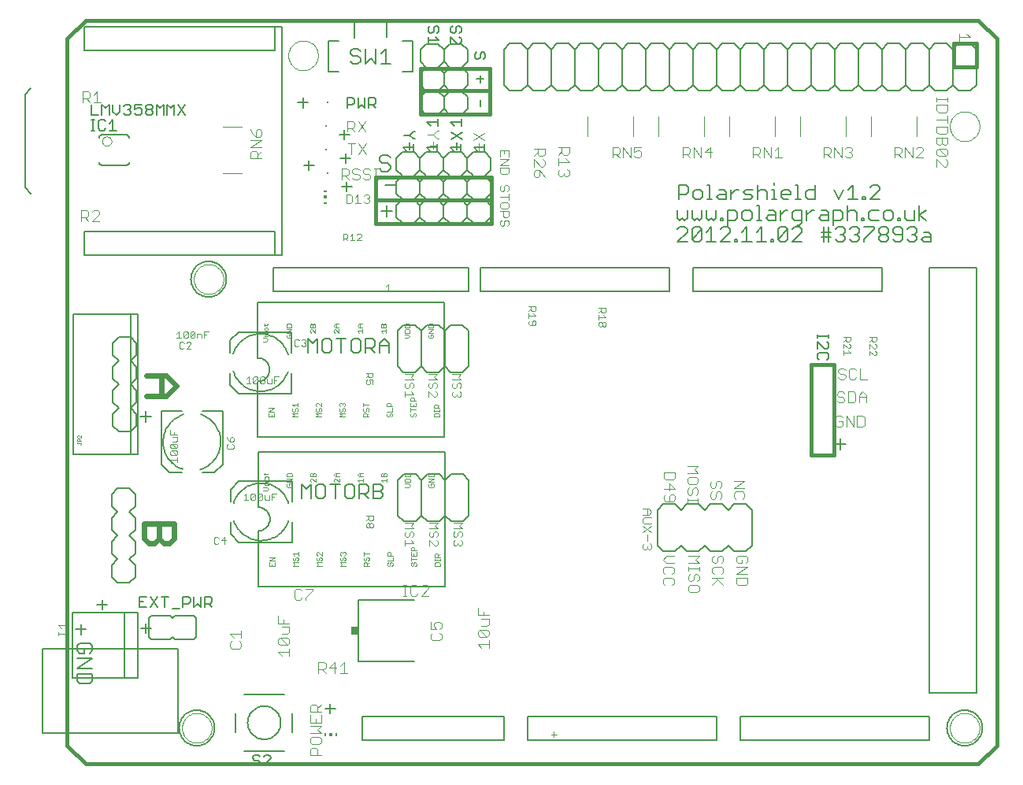
<source format=gto>
G75*
G70*
%OFA0B0*%
%FSLAX24Y24*%
%IPPOS*%
%LPD*%
%AMOC8*
5,1,8,0,0,1.08239X$1,22.5*
%
%ADD10C,0.0060*%
%ADD11C,0.0030*%
%ADD12C,0.0160*%
%ADD13C,0.0040*%
%ADD14C,0.0050*%
%ADD15C,0.0000*%
%ADD16C,0.0230*%
%ADD17R,0.0118X0.0059*%
%ADD18R,0.0118X0.0118*%
%ADD19C,0.0080*%
%ADD20C,0.0020*%
%ADD21R,0.0079X0.0079*%
%ADD22C,0.0010*%
%ADD23R,0.0059X0.0118*%
%ADD24R,0.0300X0.0340*%
D10*
X002452Y006589D02*
X002879Y006589D01*
X002985Y006696D01*
X002985Y007016D01*
X002345Y007016D01*
X002345Y006696D01*
X002452Y006589D01*
X002345Y007233D02*
X002985Y007233D01*
X002985Y007660D02*
X002345Y007233D01*
X002345Y007660D02*
X002985Y007660D01*
X002879Y007878D02*
X002985Y007985D01*
X002985Y008198D01*
X002879Y008305D01*
X002452Y008305D01*
X002345Y008198D01*
X002345Y007985D01*
X002452Y007878D01*
X002665Y007878D01*
X002665Y008091D01*
X002508Y008672D02*
X002508Y009099D01*
X002295Y008885D02*
X002722Y008885D01*
X003408Y009722D02*
X003408Y010149D01*
X003195Y009935D02*
X003622Y009935D01*
X005045Y008935D02*
X005472Y008935D01*
X005258Y008722D02*
X005258Y009149D01*
X005386Y009375D02*
X005386Y008575D01*
X005486Y008475D01*
X006286Y008475D01*
X006386Y008575D01*
X006486Y008475D01*
X007286Y008475D01*
X007386Y008575D01*
X007386Y009375D01*
X007286Y009475D01*
X006486Y009475D01*
X006386Y009375D01*
X006286Y009475D01*
X005486Y009475D01*
X005386Y009375D01*
X010012Y010713D02*
X017912Y010713D01*
X017912Y016413D01*
X010012Y016413D01*
X010012Y014063D01*
X010056Y014061D01*
X010099Y014055D01*
X010141Y014046D01*
X010183Y014033D01*
X010223Y014016D01*
X010262Y013996D01*
X010299Y013973D01*
X010333Y013946D01*
X010366Y013917D01*
X010395Y013884D01*
X010422Y013850D01*
X010445Y013813D01*
X010465Y013774D01*
X010482Y013734D01*
X010495Y013692D01*
X010504Y013650D01*
X010510Y013607D01*
X010512Y013563D01*
X010510Y013519D01*
X010504Y013476D01*
X010495Y013434D01*
X010482Y013392D01*
X010465Y013352D01*
X010445Y013313D01*
X010422Y013276D01*
X010395Y013242D01*
X010366Y013209D01*
X010333Y013180D01*
X010299Y013153D01*
X010262Y013130D01*
X010223Y013110D01*
X010183Y013093D01*
X010141Y013080D01*
X010099Y013071D01*
X010056Y013065D01*
X010012Y013063D01*
X010012Y010713D01*
X013058Y005749D02*
X013058Y005322D01*
X012845Y005535D02*
X013272Y005535D01*
X016181Y013457D02*
X015931Y013707D01*
X015931Y015207D01*
X016181Y015457D01*
X016681Y015457D01*
X016931Y015207D01*
X016931Y013707D01*
X017181Y013457D01*
X017681Y013457D01*
X017931Y013707D01*
X018181Y013457D01*
X018681Y013457D01*
X018931Y013707D01*
X018931Y015207D01*
X018681Y015457D01*
X018181Y015457D01*
X017931Y015207D01*
X017931Y013707D01*
X016931Y013707D02*
X016681Y013457D01*
X016181Y013457D01*
X016931Y015207D02*
X017181Y015457D01*
X017681Y015457D01*
X017931Y015207D01*
X017893Y017032D02*
X009993Y017032D01*
X009993Y019382D01*
X010037Y019384D01*
X010080Y019390D01*
X010122Y019399D01*
X010164Y019412D01*
X010204Y019429D01*
X010243Y019449D01*
X010280Y019472D01*
X010314Y019499D01*
X010347Y019528D01*
X010376Y019561D01*
X010403Y019595D01*
X010426Y019632D01*
X010446Y019671D01*
X010463Y019711D01*
X010476Y019753D01*
X010485Y019795D01*
X010491Y019838D01*
X010493Y019882D01*
X010491Y019926D01*
X010485Y019969D01*
X010476Y020011D01*
X010463Y020053D01*
X010446Y020093D01*
X010426Y020132D01*
X010403Y020169D01*
X010376Y020203D01*
X010347Y020236D01*
X010314Y020265D01*
X010280Y020292D01*
X010243Y020315D01*
X010204Y020335D01*
X010164Y020352D01*
X010122Y020365D01*
X010080Y020374D01*
X010037Y020380D01*
X009993Y020382D01*
X009993Y022732D01*
X017893Y022732D01*
X017893Y017032D01*
X017661Y019775D02*
X017161Y019775D01*
X016911Y020025D01*
X016911Y021525D01*
X017161Y021775D01*
X017661Y021775D01*
X017911Y021525D01*
X018161Y021775D01*
X018661Y021775D01*
X018911Y021525D01*
X018911Y020025D01*
X018661Y019775D01*
X018161Y019775D01*
X017911Y020025D01*
X017911Y021525D01*
X016911Y021525D02*
X016661Y021775D01*
X016161Y021775D01*
X015911Y021525D01*
X015911Y020025D01*
X016161Y019775D01*
X016661Y019775D01*
X016911Y020025D01*
X017661Y019775D02*
X017911Y020025D01*
X018115Y026085D02*
X018615Y026085D01*
X018865Y026335D01*
X018865Y026835D01*
X019115Y027085D01*
X018865Y027335D01*
X018865Y027835D01*
X019115Y028085D01*
X018865Y028335D01*
X018865Y028835D01*
X019115Y029085D01*
X019615Y029085D01*
X019865Y028835D01*
X019865Y028335D01*
X019615Y028085D01*
X019865Y027835D01*
X019865Y027335D01*
X019615Y027085D01*
X019865Y026835D01*
X019865Y026335D01*
X019615Y026085D01*
X019115Y026085D01*
X018865Y026335D01*
X018865Y026835D01*
X018615Y027085D01*
X018865Y027335D01*
X018865Y027835D01*
X018615Y028085D01*
X018865Y028335D01*
X018865Y028835D01*
X018615Y029085D01*
X018115Y029085D01*
X017865Y028835D01*
X017615Y029085D01*
X017115Y029085D01*
X016865Y028835D01*
X016865Y028335D01*
X017115Y028085D01*
X016865Y027835D01*
X016865Y027335D01*
X017115Y027085D01*
X016865Y026835D01*
X016865Y026335D01*
X017115Y026085D01*
X017615Y026085D01*
X017865Y026335D01*
X017865Y026835D01*
X017615Y027085D01*
X017865Y027335D01*
X017865Y027835D01*
X017615Y028085D01*
X017865Y028335D01*
X017865Y028835D01*
X017865Y028335D01*
X018115Y028085D01*
X017865Y027835D01*
X017865Y027335D01*
X018115Y027085D01*
X017865Y026835D01*
X017865Y026335D01*
X018115Y026085D01*
X016865Y026335D02*
X016615Y026085D01*
X016115Y026085D01*
X015865Y026335D01*
X015865Y026835D01*
X016115Y027085D01*
X015865Y027335D01*
X015865Y027835D01*
X016115Y028085D01*
X015865Y028335D01*
X015865Y028835D01*
X016115Y029085D01*
X016615Y029085D01*
X016865Y028835D01*
X016865Y028335D01*
X016615Y028085D01*
X016865Y027835D01*
X016865Y027335D01*
X016615Y027085D01*
X016865Y026835D01*
X016865Y026335D01*
X015694Y026588D02*
X015227Y026588D01*
X015461Y026822D02*
X015461Y026355D01*
X015392Y027698D02*
X015819Y027698D01*
X015485Y028269D02*
X015251Y028269D01*
X015134Y028385D01*
X015251Y028619D02*
X015134Y028736D01*
X015134Y028852D01*
X015251Y028969D01*
X015485Y028969D01*
X015601Y028852D01*
X015485Y028619D02*
X015601Y028502D01*
X015601Y028385D01*
X015485Y028269D01*
X015485Y028619D02*
X015251Y028619D01*
X013922Y028835D02*
X013495Y028835D01*
X013708Y029049D02*
X013708Y028622D01*
X013758Y027849D02*
X013758Y027422D01*
X013545Y027635D02*
X013972Y027635D01*
X012372Y028535D02*
X011945Y028535D01*
X012372Y028535D01*
X012158Y028322D02*
X012158Y028749D01*
X012158Y028322D01*
X013658Y029622D02*
X013658Y030049D01*
X013445Y029835D02*
X013872Y029835D01*
X013773Y030958D02*
X013773Y031398D01*
X013993Y031398D01*
X014067Y031325D01*
X014067Y031178D01*
X013993Y031105D01*
X013773Y031105D01*
X014234Y030958D02*
X014234Y031398D01*
X014527Y031398D02*
X014527Y030958D01*
X014380Y031105D01*
X014234Y030958D01*
X014694Y030958D02*
X014694Y031398D01*
X014914Y031398D01*
X014988Y031325D01*
X014988Y031178D01*
X014914Y031105D01*
X014694Y031105D01*
X014841Y031105D02*
X014988Y030958D01*
X014984Y032839D02*
X014984Y033479D01*
X015202Y033266D02*
X015415Y033479D01*
X015415Y032839D01*
X015202Y032839D02*
X015629Y032839D01*
X014984Y032839D02*
X014771Y033052D01*
X014557Y032839D01*
X014557Y033479D01*
X014340Y033372D02*
X014233Y033479D01*
X014019Y033479D01*
X013913Y033372D01*
X013913Y033266D01*
X014019Y033159D01*
X014233Y033159D01*
X014340Y033052D01*
X014340Y032945D01*
X014233Y032839D01*
X014019Y032839D01*
X013913Y032945D01*
X012122Y031185D02*
X011695Y031185D01*
X011908Y031399D02*
X011908Y030972D01*
X016881Y030932D02*
X017131Y030682D01*
X017631Y030682D01*
X017881Y030932D01*
X018131Y030682D01*
X018631Y030682D01*
X018881Y030932D01*
X018881Y031432D01*
X018631Y031682D01*
X018881Y031932D01*
X018881Y032432D01*
X018631Y032682D01*
X018881Y032932D01*
X018881Y033432D01*
X018631Y033682D01*
X018131Y033682D01*
X017881Y033432D01*
X017881Y032932D01*
X018131Y032682D01*
X017881Y032432D01*
X017881Y031932D01*
X018131Y031682D01*
X017881Y031432D01*
X017881Y030932D01*
X017881Y031432D01*
X017631Y031682D01*
X017881Y031932D01*
X017881Y032432D01*
X017631Y032682D01*
X017881Y032932D01*
X017881Y033432D01*
X017631Y033682D01*
X017131Y033682D01*
X016881Y033432D01*
X016881Y032932D01*
X017131Y032682D01*
X016881Y032432D01*
X016881Y031932D01*
X017131Y031682D01*
X016881Y031432D01*
X016881Y030932D01*
X019257Y032188D02*
X019551Y032188D01*
X019404Y032335D02*
X019404Y032041D01*
X019404Y031311D02*
X019404Y031018D01*
X020415Y031935D02*
X020415Y033435D01*
X020665Y033685D01*
X021165Y033685D01*
X021415Y033435D01*
X021415Y031935D01*
X021165Y031685D01*
X020665Y031685D01*
X020415Y031935D01*
X021415Y031935D02*
X021665Y031685D01*
X022165Y031685D01*
X022415Y031935D01*
X022415Y033435D01*
X022665Y033685D01*
X023165Y033685D01*
X023415Y033435D01*
X023415Y031935D01*
X023165Y031685D01*
X022665Y031685D01*
X022415Y031935D01*
X023415Y031935D02*
X023665Y031685D01*
X024165Y031685D01*
X024415Y031935D01*
X024415Y033435D01*
X024665Y033685D01*
X025165Y033685D01*
X025415Y033435D01*
X025415Y031935D01*
X025165Y031685D01*
X024665Y031685D01*
X024415Y031935D01*
X025415Y031935D02*
X025665Y031685D01*
X026165Y031685D01*
X026415Y031935D01*
X026415Y033435D01*
X026665Y033685D01*
X027165Y033685D01*
X027415Y033435D01*
X027415Y031935D01*
X027165Y031685D01*
X026665Y031685D01*
X026415Y031935D01*
X027415Y031935D02*
X027665Y031685D01*
X028165Y031685D01*
X028415Y031935D01*
X028415Y033435D01*
X028665Y033685D01*
X029165Y033685D01*
X029415Y033435D01*
X029415Y031935D01*
X029165Y031685D01*
X028665Y031685D01*
X028415Y031935D01*
X029415Y031935D02*
X029665Y031685D01*
X030165Y031685D01*
X030415Y031935D01*
X030415Y033435D01*
X030665Y033685D01*
X031165Y033685D01*
X031415Y033435D01*
X031415Y031935D01*
X031165Y031685D01*
X030665Y031685D01*
X030415Y031935D01*
X031415Y031935D02*
X031665Y031685D01*
X032165Y031685D01*
X032415Y031935D01*
X032415Y033435D01*
X032665Y033685D01*
X033165Y033685D01*
X033415Y033435D01*
X033415Y031935D01*
X033165Y031685D01*
X032665Y031685D01*
X032415Y031935D01*
X033415Y031935D02*
X033665Y031685D01*
X034165Y031685D01*
X034415Y031935D01*
X034415Y033435D01*
X034165Y033685D01*
X033665Y033685D01*
X033415Y033435D01*
X034415Y033435D02*
X034665Y033685D01*
X035165Y033685D01*
X035415Y033435D01*
X035415Y031935D01*
X035165Y031685D01*
X034665Y031685D01*
X034415Y031935D01*
X035415Y031935D02*
X035665Y031685D01*
X036165Y031685D01*
X036415Y031935D01*
X036415Y033435D01*
X036165Y033685D01*
X035665Y033685D01*
X035415Y033435D01*
X036415Y033435D02*
X036665Y033685D01*
X037165Y033685D01*
X037415Y033435D01*
X037415Y031935D01*
X037165Y031685D01*
X036665Y031685D01*
X036415Y031935D01*
X037415Y031935D02*
X037665Y031685D01*
X038165Y031685D01*
X038415Y031935D01*
X038415Y033435D01*
X038165Y033685D01*
X037665Y033685D01*
X037415Y033435D01*
X038415Y033435D02*
X038665Y033685D01*
X039165Y033685D01*
X039415Y033435D01*
X039415Y031935D01*
X039165Y031685D01*
X038665Y031685D01*
X038415Y031935D01*
X039415Y031935D02*
X039665Y031685D01*
X040165Y031685D01*
X040415Y031935D01*
X040415Y033435D01*
X040165Y033685D01*
X039665Y033685D01*
X039415Y033435D01*
X032415Y033435D02*
X032165Y033685D01*
X031665Y033685D01*
X031415Y033435D01*
X030415Y033435D02*
X030165Y033685D01*
X029665Y033685D01*
X029415Y033435D01*
X028415Y033435D02*
X028165Y033685D01*
X027665Y033685D01*
X027415Y033435D01*
X026415Y033435D02*
X026165Y033685D01*
X025665Y033685D01*
X025415Y033435D01*
X024415Y033435D02*
X024165Y033685D01*
X023665Y033685D01*
X023415Y033435D01*
X022415Y033435D02*
X022165Y033685D01*
X021665Y033685D01*
X021415Y033435D01*
X019624Y033246D02*
X019624Y033099D01*
X019551Y033025D01*
X019404Y033099D02*
X019331Y033025D01*
X019257Y033025D01*
X019184Y033099D01*
X019184Y033246D01*
X019257Y033319D01*
X019404Y033246D02*
X019404Y033099D01*
X019404Y033246D02*
X019478Y033319D01*
X019551Y033319D01*
X019624Y033246D01*
X018601Y033752D02*
X018601Y033899D01*
X018527Y033972D01*
X018527Y034139D02*
X018601Y034212D01*
X018601Y034359D01*
X018527Y034432D01*
X018454Y034432D01*
X018380Y034359D01*
X018380Y034212D01*
X018307Y034139D01*
X018234Y034139D01*
X018160Y034212D01*
X018160Y034359D01*
X018234Y034432D01*
X018160Y033972D02*
X018454Y033679D01*
X018527Y033679D01*
X018601Y033752D01*
X018160Y033679D02*
X018160Y033972D01*
X017656Y033825D02*
X017215Y033825D01*
X017215Y033679D02*
X017215Y033972D01*
X017289Y034139D02*
X017215Y034212D01*
X017215Y034359D01*
X017289Y034432D01*
X017436Y034359D02*
X017436Y034212D01*
X017362Y034139D01*
X017289Y034139D01*
X017436Y034359D02*
X017509Y034432D01*
X017582Y034432D01*
X017656Y034359D01*
X017656Y034212D01*
X017582Y034139D01*
X017509Y033972D02*
X017656Y033825D01*
X004426Y029825D02*
X003403Y029825D01*
X003383Y029823D01*
X003363Y029819D01*
X003345Y029811D01*
X003328Y029801D01*
X003312Y029788D01*
X003299Y029772D01*
X003289Y029755D01*
X003281Y029737D01*
X003277Y029717D01*
X003275Y029697D01*
X003275Y028673D02*
X003277Y028653D01*
X003281Y028633D01*
X003289Y028615D01*
X003299Y028598D01*
X003312Y028582D01*
X003328Y028569D01*
X003345Y028559D01*
X003363Y028551D01*
X003383Y028547D01*
X003403Y028545D01*
X003403Y028546D02*
X004426Y028546D01*
X004426Y028545D02*
X004446Y028547D01*
X004466Y028551D01*
X004484Y028559D01*
X004501Y028569D01*
X004517Y028582D01*
X004530Y028598D01*
X004540Y028615D01*
X004548Y028633D01*
X004552Y028653D01*
X004554Y028673D01*
X004554Y029697D02*
X004552Y029717D01*
X004548Y029737D01*
X004540Y029755D01*
X004530Y029772D01*
X004517Y029788D01*
X004501Y029801D01*
X004484Y029811D01*
X004466Y029819D01*
X004446Y029823D01*
X004426Y029825D01*
X005241Y018121D02*
X005241Y017654D01*
X005474Y017887D02*
X005007Y017887D01*
X026915Y013935D02*
X026915Y012435D01*
X027165Y012185D01*
X027665Y012185D01*
X027915Y012435D01*
X028165Y012185D01*
X028665Y012185D01*
X028915Y012435D01*
X029165Y012185D01*
X029665Y012185D01*
X029915Y012435D01*
X030165Y012185D01*
X030665Y012185D01*
X030915Y012435D01*
X030915Y013935D01*
X030665Y014185D01*
X030165Y014185D01*
X029915Y013935D01*
X029665Y014185D01*
X029165Y014185D01*
X028915Y013935D01*
X028665Y014185D01*
X028165Y014185D01*
X027915Y013935D01*
X027665Y014185D01*
X027165Y014185D01*
X026915Y013935D01*
X034415Y016728D02*
X034882Y016728D01*
X034649Y016961D02*
X034649Y016494D01*
D11*
X034779Y020493D02*
X034779Y020687D01*
X034779Y020590D02*
X035069Y020590D01*
X034973Y020687D01*
X034973Y020788D02*
X035021Y020788D01*
X035069Y020836D01*
X035069Y020933D01*
X035021Y020982D01*
X035021Y021083D02*
X034924Y021083D01*
X034876Y021131D01*
X034876Y021276D01*
X034876Y021179D02*
X034779Y021083D01*
X034779Y020982D02*
X034973Y020788D01*
X034779Y020788D02*
X034779Y020982D01*
X035021Y021083D02*
X035069Y021131D01*
X035069Y021276D01*
X034779Y021276D01*
X035887Y021267D02*
X036178Y021267D01*
X036178Y021122D01*
X036129Y021074D01*
X036033Y021074D01*
X035984Y021122D01*
X035984Y021267D01*
X035984Y021171D02*
X035887Y021074D01*
X035887Y020973D02*
X036081Y020779D01*
X036129Y020779D01*
X036178Y020828D01*
X036178Y020924D01*
X036129Y020973D01*
X035887Y020973D02*
X035887Y020779D01*
X035887Y020678D02*
X036081Y020485D01*
X036129Y020485D01*
X036178Y020533D01*
X036178Y020630D01*
X036129Y020678D01*
X035887Y020678D02*
X035887Y020485D01*
X026660Y013870D02*
X026537Y013746D01*
X026290Y013746D01*
X026351Y013625D02*
X026290Y013563D01*
X026290Y013440D01*
X026351Y013378D01*
X026660Y013378D01*
X026660Y013257D02*
X026290Y013010D01*
X026475Y012888D02*
X026475Y012641D01*
X026598Y012520D02*
X026660Y012458D01*
X026660Y012335D01*
X026598Y012273D01*
X026537Y012273D01*
X026475Y012335D01*
X026413Y012273D01*
X026351Y012273D01*
X026290Y012335D01*
X026290Y012458D01*
X026351Y012520D01*
X026475Y012397D02*
X026475Y012335D01*
X026660Y013010D02*
X026290Y013257D01*
X026351Y013625D02*
X026660Y013625D01*
X026475Y013746D02*
X026475Y013993D01*
X026537Y013993D02*
X026290Y013993D01*
X026537Y013993D02*
X026660Y013870D01*
X018639Y013406D02*
X018515Y013283D01*
X018639Y013159D01*
X018269Y013159D01*
X018330Y013038D02*
X018269Y012976D01*
X018269Y012853D01*
X018330Y012791D01*
X018392Y012791D01*
X018454Y012853D01*
X018454Y012976D01*
X018515Y013038D01*
X018577Y013038D01*
X018639Y012976D01*
X018639Y012853D01*
X018577Y012791D01*
X018577Y012669D02*
X018639Y012608D01*
X018639Y012484D01*
X018577Y012423D01*
X018515Y012423D01*
X018454Y012484D01*
X018392Y012423D01*
X018330Y012423D01*
X018269Y012484D01*
X018269Y012608D01*
X018330Y012669D01*
X018454Y012546D02*
X018454Y012484D01*
X017615Y012484D02*
X017615Y012608D01*
X017554Y012669D01*
X017554Y012791D02*
X017615Y012853D01*
X017615Y012976D01*
X017554Y013038D01*
X017492Y013038D01*
X017430Y012976D01*
X017430Y012853D01*
X017368Y012791D01*
X017307Y012791D01*
X017245Y012853D01*
X017245Y012976D01*
X017307Y013038D01*
X017245Y013159D02*
X017615Y013159D01*
X017492Y013283D01*
X017615Y013406D01*
X017245Y013406D01*
X016592Y013406D02*
X016468Y013283D01*
X016592Y013159D01*
X016221Y013159D01*
X016283Y013038D02*
X016221Y012976D01*
X016221Y012853D01*
X016283Y012791D01*
X016345Y012791D01*
X016406Y012853D01*
X016406Y012976D01*
X016468Y013038D01*
X016530Y013038D01*
X016592Y012976D01*
X016592Y012853D01*
X016530Y012791D01*
X016468Y012669D02*
X016592Y012546D01*
X016221Y012546D01*
X016221Y012669D02*
X016221Y012423D01*
X016221Y013406D02*
X016592Y013406D01*
X017245Y012669D02*
X017492Y012423D01*
X017554Y012423D01*
X017615Y012484D01*
X017245Y012423D02*
X017245Y012669D01*
X018269Y013406D02*
X018639Y013406D01*
X014877Y013343D02*
X014877Y013246D01*
X014828Y013198D01*
X014780Y013198D01*
X014732Y013246D01*
X014732Y013343D01*
X014780Y013391D01*
X014828Y013391D01*
X014877Y013343D01*
X014732Y013343D02*
X014683Y013391D01*
X014635Y013391D01*
X014586Y013343D01*
X014586Y013246D01*
X014635Y013198D01*
X014683Y013198D01*
X014732Y013246D01*
X014732Y013493D02*
X014683Y013541D01*
X014683Y013686D01*
X014586Y013686D02*
X014877Y013686D01*
X014877Y013541D01*
X014828Y013493D01*
X014732Y013493D01*
X014683Y013589D02*
X014586Y013493D01*
X010775Y014649D02*
X010581Y014649D01*
X010581Y014359D01*
X010480Y014359D02*
X010480Y014553D01*
X010581Y014504D02*
X010678Y014504D01*
X010480Y014359D02*
X010335Y014359D01*
X010287Y014408D01*
X010287Y014553D01*
X010185Y014601D02*
X009992Y014408D01*
X010040Y014359D01*
X010137Y014359D01*
X010185Y014408D01*
X010185Y014601D01*
X010137Y014649D01*
X010040Y014649D01*
X009992Y014601D01*
X009992Y014408D01*
X009891Y014408D02*
X009842Y014359D01*
X009746Y014359D01*
X009697Y014408D01*
X009891Y014601D01*
X009891Y014408D01*
X009891Y014601D02*
X009842Y014649D01*
X009746Y014649D01*
X009697Y014601D01*
X009697Y014408D01*
X009596Y014359D02*
X009403Y014359D01*
X009499Y014359D02*
X009499Y014649D01*
X009403Y014553D01*
X008588Y012797D02*
X008442Y012652D01*
X008636Y012652D01*
X008588Y012507D02*
X008588Y012797D01*
X008341Y012749D02*
X008293Y012797D01*
X008196Y012797D01*
X008148Y012749D01*
X008148Y012555D01*
X008196Y012507D01*
X008293Y012507D01*
X008341Y012555D01*
X006588Y015963D02*
X006588Y016156D01*
X006588Y016060D02*
X006297Y016060D01*
X006394Y015963D01*
X006346Y016258D02*
X006297Y016306D01*
X006297Y016403D01*
X006346Y016451D01*
X006539Y016258D01*
X006588Y016306D01*
X006588Y016403D01*
X006539Y016451D01*
X006346Y016451D01*
X006346Y016552D02*
X006297Y016601D01*
X006297Y016697D01*
X006346Y016746D01*
X006539Y016552D01*
X006588Y016601D01*
X006588Y016697D01*
X006539Y016746D01*
X006346Y016746D01*
X006394Y016847D02*
X006539Y016847D01*
X006588Y016895D01*
X006588Y017040D01*
X006394Y017040D01*
X006442Y017141D02*
X006442Y017238D01*
X006297Y017141D02*
X006588Y017141D01*
X006297Y017141D02*
X006297Y017335D01*
X006346Y016552D02*
X006539Y016552D01*
X006539Y016258D02*
X006346Y016258D01*
X008682Y016581D02*
X008731Y016533D01*
X008924Y016533D01*
X008972Y016581D01*
X008972Y016678D01*
X008924Y016726D01*
X008924Y016827D02*
X008972Y016876D01*
X008972Y016973D01*
X008924Y017021D01*
X008876Y017021D01*
X008827Y016973D01*
X008827Y016827D01*
X008924Y016827D01*
X008827Y016827D02*
X008731Y016924D01*
X008682Y017021D01*
X008731Y016726D02*
X008682Y016678D01*
X008682Y016581D01*
X009505Y019300D02*
X009698Y019300D01*
X009601Y019300D02*
X009601Y019590D01*
X009505Y019493D01*
X009799Y019542D02*
X009799Y019348D01*
X009993Y019542D01*
X009993Y019348D01*
X009945Y019300D01*
X009848Y019300D01*
X009799Y019348D01*
X009799Y019542D02*
X009848Y019590D01*
X009945Y019590D01*
X009993Y019542D01*
X010094Y019542D02*
X010142Y019590D01*
X010239Y019590D01*
X010288Y019542D01*
X010094Y019348D01*
X010142Y019300D01*
X010239Y019300D01*
X010288Y019348D01*
X010288Y019542D01*
X010389Y019493D02*
X010389Y019348D01*
X010437Y019300D01*
X010582Y019300D01*
X010582Y019493D01*
X010683Y019445D02*
X010780Y019445D01*
X010683Y019300D02*
X010683Y019590D01*
X010877Y019590D01*
X010094Y019542D02*
X010094Y019348D01*
X011593Y020876D02*
X011690Y020876D01*
X011738Y020924D01*
X011840Y020924D02*
X011888Y020876D01*
X011985Y020876D01*
X012033Y020924D01*
X012033Y020973D01*
X011985Y021021D01*
X011936Y021021D01*
X011985Y021021D02*
X012033Y021069D01*
X012033Y021118D01*
X011985Y021166D01*
X011888Y021166D01*
X011840Y021118D01*
X011738Y021118D02*
X011690Y021166D01*
X011593Y021166D01*
X011545Y021118D01*
X011545Y020924D01*
X011593Y020876D01*
X014567Y019747D02*
X014858Y019747D01*
X014858Y019602D01*
X014809Y019553D01*
X014713Y019553D01*
X014664Y019602D01*
X014664Y019747D01*
X014664Y019650D02*
X014567Y019553D01*
X014616Y019452D02*
X014567Y019404D01*
X014567Y019307D01*
X014616Y019259D01*
X014713Y019259D01*
X014761Y019307D01*
X014761Y019355D01*
X014713Y019452D01*
X014858Y019452D01*
X014858Y019259D01*
X016221Y019275D02*
X016283Y019337D01*
X016221Y019275D02*
X016221Y019152D01*
X016283Y019090D01*
X016345Y019090D01*
X016406Y019152D01*
X016406Y019275D01*
X016468Y019337D01*
X016530Y019337D01*
X016592Y019275D01*
X016592Y019152D01*
X016530Y019090D01*
X016468Y018969D02*
X016592Y018845D01*
X016221Y018845D01*
X016221Y018722D02*
X016221Y018969D01*
X016221Y019458D02*
X016592Y019458D01*
X016468Y019582D01*
X016592Y019705D01*
X016221Y019705D01*
X017206Y019705D02*
X017576Y019705D01*
X017452Y019582D01*
X017576Y019458D01*
X017206Y019458D01*
X017267Y019337D02*
X017206Y019275D01*
X017206Y019152D01*
X017267Y019090D01*
X017329Y019090D01*
X017391Y019152D01*
X017391Y019275D01*
X017452Y019337D01*
X017514Y019337D01*
X017576Y019275D01*
X017576Y019152D01*
X017514Y019090D01*
X017514Y018969D02*
X017576Y018907D01*
X017576Y018784D01*
X017514Y018722D01*
X017452Y018722D01*
X017206Y018969D01*
X017206Y018722D01*
X018229Y018784D02*
X018291Y018722D01*
X018353Y018722D01*
X018414Y018784D01*
X018414Y018845D01*
X018414Y018784D02*
X018476Y018722D01*
X018538Y018722D01*
X018599Y018784D01*
X018599Y018907D01*
X018538Y018969D01*
X018538Y019090D02*
X018599Y019152D01*
X018599Y019275D01*
X018538Y019337D01*
X018476Y019337D01*
X018414Y019275D01*
X018414Y019152D01*
X018353Y019090D01*
X018291Y019090D01*
X018229Y019152D01*
X018229Y019275D01*
X018291Y019337D01*
X018229Y019458D02*
X018599Y019458D01*
X018476Y019582D01*
X018599Y019705D01*
X018229Y019705D01*
X018291Y018969D02*
X018229Y018907D01*
X018229Y018784D01*
X021463Y021818D02*
X021512Y021769D01*
X021705Y021769D01*
X021753Y021818D01*
X021753Y021915D01*
X021705Y021963D01*
X021657Y021963D01*
X021608Y021915D01*
X021608Y021769D01*
X021463Y021818D02*
X021463Y021915D01*
X021512Y021963D01*
X021463Y022064D02*
X021463Y022258D01*
X021463Y022161D02*
X021753Y022161D01*
X021657Y022258D01*
X021705Y022359D02*
X021608Y022359D01*
X021560Y022407D01*
X021560Y022552D01*
X021560Y022455D02*
X021463Y022359D01*
X021463Y022552D02*
X021753Y022552D01*
X021753Y022407D01*
X021705Y022359D01*
X024430Y022301D02*
X024527Y022398D01*
X024527Y022350D02*
X024527Y022495D01*
X024430Y022495D02*
X024720Y022495D01*
X024720Y022350D01*
X024672Y022301D01*
X024575Y022301D01*
X024527Y022350D01*
X024623Y022200D02*
X024720Y022104D01*
X024430Y022104D01*
X024430Y022200D02*
X024430Y022007D01*
X024478Y021906D02*
X024527Y021906D01*
X024575Y021857D01*
X024575Y021760D01*
X024527Y021712D01*
X024478Y021712D01*
X024430Y021760D01*
X024430Y021857D01*
X024478Y021906D01*
X024575Y021857D02*
X024623Y021906D01*
X024672Y021906D01*
X024720Y021857D01*
X024720Y021760D01*
X024672Y021712D01*
X024623Y021712D01*
X024575Y021760D01*
X020556Y025969D02*
X020618Y026031D01*
X020618Y026154D01*
X020556Y026216D01*
X020495Y026216D01*
X020433Y026154D01*
X020433Y026031D01*
X020371Y025969D01*
X020309Y025969D01*
X020248Y026031D01*
X020248Y026154D01*
X020309Y026216D01*
X020433Y026337D02*
X020371Y026399D01*
X020371Y026584D01*
X020248Y026584D02*
X020618Y026584D01*
X020618Y026399D01*
X020556Y026337D01*
X020433Y026337D01*
X020556Y026705D02*
X020618Y026767D01*
X020618Y026891D01*
X020556Y026952D01*
X020309Y026952D01*
X020248Y026891D01*
X020248Y026767D01*
X020309Y026705D01*
X020556Y026705D01*
X020618Y027074D02*
X020618Y027321D01*
X020618Y027197D02*
X020248Y027197D01*
X020309Y027442D02*
X020248Y027504D01*
X020248Y027627D01*
X020309Y027689D01*
X020433Y027627D02*
X020433Y027504D01*
X020371Y027442D01*
X020309Y027442D01*
X020433Y027627D02*
X020495Y027689D01*
X020556Y027689D01*
X020618Y027627D01*
X020618Y027504D01*
X020556Y027442D01*
X020556Y028179D02*
X020618Y028240D01*
X020618Y028426D01*
X020248Y028426D01*
X020248Y028240D01*
X020309Y028179D01*
X020556Y028179D01*
X020618Y028547D02*
X020248Y028547D01*
X020618Y028794D01*
X020248Y028794D01*
X020248Y028915D02*
X020248Y029162D01*
X020618Y029162D01*
X020618Y028915D01*
X020433Y029039D02*
X020433Y029162D01*
X015527Y023490D02*
X015527Y023200D01*
X015623Y023200D02*
X015430Y023200D01*
X015430Y023393D02*
X015527Y023490D01*
X007921Y021509D02*
X007728Y021509D01*
X007728Y021219D01*
X007627Y021219D02*
X007627Y021364D01*
X007579Y021413D01*
X007433Y021413D01*
X007433Y021219D01*
X007332Y021268D02*
X007284Y021219D01*
X007187Y021219D01*
X007139Y021268D01*
X007332Y021461D01*
X007332Y021268D01*
X007332Y021461D02*
X007284Y021509D01*
X007187Y021509D01*
X007139Y021461D01*
X007139Y021268D01*
X007038Y021268D02*
X006989Y021219D01*
X006892Y021219D01*
X006844Y021268D01*
X007038Y021461D01*
X007038Y021268D01*
X007038Y021461D02*
X006989Y021509D01*
X006892Y021509D01*
X006844Y021461D01*
X006844Y021268D01*
X006743Y021219D02*
X006549Y021219D01*
X006646Y021219D02*
X006646Y021509D01*
X006549Y021413D01*
X006723Y021059D02*
X006674Y021011D01*
X006674Y020818D01*
X006723Y020769D01*
X006820Y020769D01*
X006868Y020818D01*
X006969Y020769D02*
X007163Y020963D01*
X007163Y021011D01*
X007114Y021059D01*
X007017Y021059D01*
X006969Y021011D01*
X006868Y021011D02*
X006820Y021059D01*
X006723Y021059D01*
X006969Y020769D02*
X007163Y020769D01*
X007728Y021364D02*
X007825Y021364D01*
X022527Y004572D02*
X022527Y004325D01*
X022404Y004448D02*
X022651Y004448D01*
D12*
X040498Y003185D02*
X002702Y003185D01*
X001915Y003972D01*
X001915Y033894D01*
X002702Y034681D01*
X040498Y034681D01*
X041285Y033894D01*
X041285Y003972D01*
X040498Y003185D01*
X034395Y016256D02*
X033411Y016256D01*
X033411Y020114D01*
X034395Y020114D01*
X034395Y016256D01*
X019893Y026077D02*
X019893Y027061D01*
X014971Y027061D01*
X014971Y026077D01*
X019893Y026077D01*
X019893Y027061D02*
X019893Y028046D01*
X014971Y028046D01*
X014971Y027061D01*
X016870Y030711D02*
X016870Y031696D01*
X016870Y032640D01*
X019823Y032640D01*
X019823Y031696D01*
X019823Y030711D01*
X016870Y030711D01*
X016870Y031696D02*
X019823Y031696D01*
X039435Y032712D02*
X039435Y033697D01*
X040419Y033697D01*
X040419Y032712D01*
X039435Y032712D01*
D13*
X039691Y033803D02*
X039691Y034110D01*
X039691Y033956D02*
X040151Y033956D01*
X039998Y034110D01*
X039191Y031393D02*
X039191Y031240D01*
X039191Y031317D02*
X038730Y031317D01*
X038730Y031393D02*
X038730Y031240D01*
X038730Y031086D02*
X038730Y030856D01*
X038807Y030779D01*
X039114Y030779D01*
X039191Y030856D01*
X039191Y031086D01*
X038730Y031086D01*
X038730Y030473D02*
X039191Y030473D01*
X039191Y030626D02*
X039191Y030319D01*
X039191Y030166D02*
X039191Y029935D01*
X039114Y029859D01*
X038807Y029859D01*
X038730Y029935D01*
X038730Y030166D01*
X039191Y030166D01*
X039191Y029705D02*
X038730Y029705D01*
X038730Y029475D01*
X038807Y029398D01*
X038884Y029398D01*
X038960Y029475D01*
X038960Y029705D01*
X038960Y029475D02*
X039037Y029398D01*
X039114Y029398D01*
X039191Y029475D01*
X039191Y029705D01*
X039114Y029245D02*
X039191Y029168D01*
X039191Y029015D01*
X039114Y028938D01*
X038807Y029245D01*
X038730Y029168D01*
X038730Y029015D01*
X038807Y028938D01*
X039114Y028938D01*
X039114Y028785D02*
X039191Y028708D01*
X039191Y028554D01*
X039114Y028478D01*
X039037Y028478D01*
X038730Y028785D01*
X038730Y028478D01*
X038163Y028855D02*
X037856Y028855D01*
X038163Y029162D01*
X038163Y029239D01*
X038086Y029315D01*
X037932Y029315D01*
X037856Y029239D01*
X037702Y029315D02*
X037702Y028855D01*
X037395Y029315D01*
X037395Y028855D01*
X037242Y028855D02*
X037088Y029008D01*
X037165Y029008D02*
X036935Y029008D01*
X036935Y028855D02*
X036935Y029315D01*
X037165Y029315D01*
X037242Y029239D01*
X037242Y029085D01*
X037165Y029008D01*
X037889Y029771D02*
X037889Y030598D01*
X038807Y029245D02*
X039114Y029245D01*
X035941Y029771D02*
X035941Y030598D01*
X034889Y030598D02*
X034889Y029771D01*
X034932Y029315D02*
X035086Y029315D01*
X035163Y029239D01*
X035163Y029162D01*
X035086Y029085D01*
X035163Y029008D01*
X035163Y028932D01*
X035086Y028855D01*
X034932Y028855D01*
X034856Y028932D01*
X034702Y028855D02*
X034702Y029315D01*
X034856Y029239D02*
X034932Y029315D01*
X035009Y029085D02*
X035086Y029085D01*
X034702Y028855D02*
X034395Y029315D01*
X034395Y028855D01*
X034242Y028855D02*
X034088Y029008D01*
X034165Y029008D02*
X033935Y029008D01*
X033935Y028855D02*
X033935Y029315D01*
X034165Y029315D01*
X034242Y029239D01*
X034242Y029085D01*
X034165Y029008D01*
X032941Y029771D02*
X032941Y030598D01*
X031889Y030598D02*
X031889Y029771D01*
X032028Y029315D02*
X031875Y029162D01*
X032028Y029315D02*
X032028Y028855D01*
X031875Y028855D02*
X032181Y028855D01*
X031721Y028855D02*
X031721Y029315D01*
X031414Y029315D02*
X031414Y028855D01*
X031261Y028855D02*
X031107Y029008D01*
X031184Y029008D02*
X030954Y029008D01*
X030954Y028855D02*
X030954Y029315D01*
X031184Y029315D01*
X031261Y029239D01*
X031261Y029085D01*
X031184Y029008D01*
X031414Y029315D02*
X031721Y028855D01*
X029941Y029771D02*
X029941Y030598D01*
X028889Y030598D02*
X028889Y029771D01*
X028752Y029315D02*
X028752Y028855D01*
X028445Y029315D01*
X028445Y028855D01*
X028292Y028855D02*
X028138Y029008D01*
X028215Y029008D02*
X027985Y029008D01*
X027985Y028855D02*
X027985Y029315D01*
X028215Y029315D01*
X028292Y029239D01*
X028292Y029085D01*
X028215Y029008D01*
X028906Y029085D02*
X029213Y029085D01*
X029136Y028855D02*
X029136Y029315D01*
X028906Y029085D01*
X026941Y029771D02*
X026941Y030598D01*
X025889Y030598D02*
X025889Y029771D01*
X025925Y029315D02*
X025925Y029085D01*
X026078Y029162D01*
X026155Y029162D01*
X026231Y029085D01*
X026231Y028932D01*
X026155Y028855D01*
X026001Y028855D01*
X025925Y028932D01*
X025771Y028855D02*
X025771Y029315D01*
X025925Y029315D02*
X026231Y029315D01*
X025771Y028855D02*
X025464Y029315D01*
X025464Y028855D01*
X025311Y028855D02*
X025157Y029008D01*
X025234Y029008D02*
X025004Y029008D01*
X025004Y028855D02*
X025004Y029315D01*
X025234Y029315D01*
X025311Y029239D01*
X025311Y029085D01*
X025234Y029008D01*
X023941Y029771D02*
X023941Y030598D01*
X023173Y029284D02*
X022713Y029284D01*
X022866Y029284D02*
X022866Y029054D01*
X022943Y028977D01*
X023097Y028977D01*
X023173Y029054D01*
X023173Y029284D01*
X022866Y029130D02*
X022713Y028977D01*
X022713Y028823D02*
X022713Y028517D01*
X022713Y028670D02*
X023173Y028670D01*
X023020Y028823D01*
X023097Y028363D02*
X023173Y028286D01*
X023173Y028133D01*
X023097Y028056D01*
X023020Y028056D01*
X022943Y028133D01*
X022866Y028056D01*
X022790Y028056D01*
X022713Y028133D01*
X022713Y028286D01*
X022790Y028363D01*
X022943Y028210D02*
X022943Y028133D01*
X022142Y028017D02*
X022065Y028170D01*
X021912Y028324D01*
X021912Y028094D01*
X021835Y028017D01*
X021758Y028017D01*
X021681Y028094D01*
X021681Y028247D01*
X021758Y028324D01*
X021912Y028324D01*
X021988Y028477D02*
X022065Y028477D01*
X022142Y028554D01*
X022142Y028707D01*
X022065Y028784D01*
X022065Y028938D02*
X021912Y028938D01*
X021835Y029014D01*
X021835Y029244D01*
X021835Y029091D02*
X021681Y028938D01*
X021681Y028784D02*
X021988Y028477D01*
X021681Y028477D02*
X021681Y028784D01*
X022065Y028938D02*
X022142Y029014D01*
X022142Y029244D01*
X021681Y029244D01*
X019585Y029608D02*
X019125Y029915D01*
X019125Y029608D02*
X019585Y029915D01*
X019355Y029455D02*
X019355Y029148D01*
X019202Y029301D02*
X019509Y029301D01*
X017656Y029680D02*
X017580Y029680D01*
X017426Y029833D01*
X017196Y029833D01*
X017426Y029833D02*
X017580Y029987D01*
X017656Y029987D01*
X017426Y029526D02*
X017426Y029219D01*
X017580Y029373D02*
X017273Y029373D01*
X015070Y028396D02*
X014917Y028396D01*
X014994Y028396D02*
X014994Y027936D01*
X015070Y027936D02*
X014917Y027936D01*
X014763Y028013D02*
X014687Y027936D01*
X014533Y027936D01*
X014456Y028013D01*
X014303Y028013D02*
X014226Y027936D01*
X014073Y027936D01*
X013996Y028013D01*
X014073Y028166D02*
X014226Y028166D01*
X014303Y028089D01*
X014303Y028013D01*
X014456Y028243D02*
X014456Y028320D01*
X014533Y028396D01*
X014687Y028396D01*
X014763Y028320D01*
X014687Y028166D02*
X014763Y028089D01*
X014763Y028013D01*
X014687Y028166D02*
X014533Y028166D01*
X014456Y028243D01*
X014303Y028320D02*
X014226Y028396D01*
X014073Y028396D01*
X013996Y028320D01*
X013996Y028243D01*
X014073Y028166D01*
X013843Y028166D02*
X013843Y028320D01*
X013766Y028396D01*
X013536Y028396D01*
X013536Y027936D01*
X013536Y028089D02*
X013766Y028089D01*
X013843Y028166D01*
X013689Y028089D02*
X013843Y027936D01*
X013925Y027297D02*
X013745Y027297D01*
X013745Y026937D01*
X013925Y026937D01*
X013985Y026997D01*
X013985Y027237D01*
X013925Y027297D01*
X014113Y027177D02*
X014233Y027297D01*
X014233Y026937D01*
X014113Y026937D02*
X014354Y026937D01*
X014482Y026997D02*
X014542Y026937D01*
X014662Y026937D01*
X014722Y026997D01*
X014722Y027057D01*
X014662Y027117D01*
X014602Y027117D01*
X014662Y027117D02*
X014722Y027177D01*
X014722Y027237D01*
X014662Y027297D01*
X014542Y027297D01*
X014482Y027237D01*
X014337Y025634D02*
X014244Y025634D01*
X014197Y025587D01*
X014337Y025634D02*
X014384Y025587D01*
X014384Y025541D01*
X014197Y025354D01*
X014384Y025354D01*
X014089Y025354D02*
X013902Y025354D01*
X013996Y025354D02*
X013996Y025634D01*
X013902Y025541D01*
X013795Y025587D02*
X013795Y025494D01*
X013748Y025447D01*
X013608Y025447D01*
X013701Y025447D02*
X013795Y025354D01*
X013608Y025354D02*
X013608Y025634D01*
X013748Y025634D01*
X013795Y025587D01*
X010145Y028824D02*
X009685Y028824D01*
X009685Y029054D01*
X009761Y029131D01*
X009915Y029131D01*
X009992Y029054D01*
X009992Y028824D01*
X009992Y028977D02*
X010145Y029131D01*
X010145Y029284D02*
X009685Y029284D01*
X010145Y029591D01*
X009685Y029591D01*
X009915Y029744D02*
X009915Y029975D01*
X009992Y030051D01*
X010068Y030051D01*
X010145Y029975D01*
X010145Y029821D01*
X010068Y029744D01*
X009915Y029744D01*
X009761Y029898D01*
X009685Y030051D01*
X009328Y030159D02*
X008502Y030159D01*
X008502Y028210D02*
X009328Y028210D01*
X013803Y029462D02*
X014110Y029462D01*
X014263Y029462D02*
X014570Y029002D01*
X014263Y029002D02*
X014570Y029462D01*
X014556Y029956D02*
X014249Y030416D01*
X014096Y030339D02*
X014019Y030416D01*
X013789Y030416D01*
X013789Y029956D01*
X013789Y030109D02*
X014019Y030109D01*
X014096Y030186D01*
X014096Y030339D01*
X013942Y030109D02*
X014096Y029956D01*
X014249Y029956D02*
X014556Y030416D01*
X013956Y029462D02*
X013956Y029002D01*
X003352Y031205D02*
X003045Y031205D01*
X002892Y031205D02*
X002738Y031358D01*
X002815Y031358D02*
X002585Y031358D01*
X002585Y031205D02*
X002585Y031665D01*
X002815Y031665D01*
X002892Y031589D01*
X002892Y031435D01*
X002815Y031358D01*
X003045Y031512D02*
X003199Y031665D01*
X003199Y031205D01*
X003217Y026633D02*
X003063Y026633D01*
X002986Y026557D01*
X002833Y026557D02*
X002833Y026403D01*
X002756Y026326D01*
X002526Y026326D01*
X002526Y026173D02*
X002526Y026633D01*
X002756Y026633D01*
X002833Y026557D01*
X002679Y026326D02*
X002833Y026173D01*
X002986Y026173D02*
X003293Y026480D01*
X003293Y026557D01*
X003217Y026633D01*
X003293Y026173D02*
X002986Y026173D01*
X016143Y010776D02*
X016296Y010776D01*
X016220Y010776D02*
X016220Y010316D01*
X016296Y010316D02*
X016143Y010316D01*
X016450Y010392D02*
X016450Y010699D01*
X016526Y010776D01*
X016680Y010776D01*
X016757Y010699D01*
X016910Y010699D02*
X016987Y010776D01*
X017140Y010776D01*
X017217Y010699D01*
X017217Y010622D01*
X016910Y010316D01*
X017217Y010316D01*
X016757Y010392D02*
X016680Y010316D01*
X016526Y010316D01*
X016450Y010392D01*
X017309Y009197D02*
X017309Y008890D01*
X017540Y008890D01*
X017463Y009043D01*
X017463Y009120D01*
X017540Y009197D01*
X017693Y009197D01*
X017770Y009120D01*
X017770Y008967D01*
X017693Y008890D01*
X017693Y008737D02*
X017770Y008660D01*
X017770Y008506D01*
X017693Y008430D01*
X017386Y008430D01*
X017309Y008506D01*
X017309Y008660D01*
X017386Y008737D01*
X019309Y008805D02*
X019386Y008882D01*
X019693Y008575D01*
X019770Y008652D01*
X019770Y008805D01*
X019693Y008882D01*
X019386Y008882D01*
X019309Y008805D02*
X019309Y008652D01*
X019386Y008575D01*
X019693Y008575D01*
X019770Y008422D02*
X019770Y008115D01*
X019770Y008268D02*
X019309Y008268D01*
X019463Y008115D01*
X019463Y009035D02*
X019693Y009035D01*
X019770Y009112D01*
X019770Y009342D01*
X019463Y009342D01*
X019540Y009496D02*
X019540Y009649D01*
X019770Y009496D02*
X019309Y009496D01*
X019309Y009803D01*
X013637Y007501D02*
X013637Y007040D01*
X013484Y007040D02*
X013791Y007040D01*
X013484Y007347D02*
X013637Y007501D01*
X013254Y007501D02*
X013024Y007270D01*
X013331Y007270D01*
X013254Y007040D02*
X013254Y007501D01*
X012870Y007424D02*
X012870Y007270D01*
X012793Y007194D01*
X012563Y007194D01*
X012563Y007040D02*
X012563Y007501D01*
X012793Y007501D01*
X012870Y007424D01*
X012717Y007194D02*
X012870Y007040D01*
X012676Y005715D02*
X012523Y005562D01*
X012523Y005639D02*
X012523Y005409D01*
X012676Y005409D02*
X012216Y005409D01*
X012216Y005639D01*
X012293Y005715D01*
X012446Y005715D01*
X012523Y005639D01*
X012676Y005255D02*
X012676Y004948D01*
X012216Y004948D01*
X012216Y005255D01*
X012446Y005102D02*
X012446Y004948D01*
X012676Y004795D02*
X012216Y004795D01*
X012216Y004488D02*
X012676Y004488D01*
X012523Y004641D01*
X012676Y004795D01*
X012600Y004334D02*
X012293Y004334D01*
X012216Y004258D01*
X012216Y004104D01*
X012293Y004027D01*
X012600Y004027D01*
X012676Y004104D01*
X012676Y004258D01*
X012600Y004334D01*
X012446Y003874D02*
X012523Y003797D01*
X012523Y003567D01*
X012676Y003567D02*
X012216Y003567D01*
X012216Y003797D01*
X012293Y003874D01*
X012446Y003874D01*
X011321Y007767D02*
X011321Y008074D01*
X011321Y007921D02*
X010861Y007921D01*
X011014Y007767D01*
X010938Y008228D02*
X010861Y008305D01*
X010861Y008458D01*
X010938Y008535D01*
X011245Y008228D01*
X011321Y008305D01*
X011321Y008458D01*
X011245Y008535D01*
X010938Y008535D01*
X011014Y008688D02*
X011245Y008688D01*
X011321Y008765D01*
X011321Y008995D01*
X011014Y008995D01*
X011091Y009149D02*
X011091Y009302D01*
X010861Y009149D02*
X010861Y009455D01*
X010861Y009149D02*
X011321Y009149D01*
X011245Y008228D02*
X010938Y008228D01*
X009282Y008159D02*
X009282Y008313D01*
X009205Y008389D01*
X009282Y008543D02*
X009282Y008850D01*
X009282Y008696D02*
X008822Y008696D01*
X008975Y008543D01*
X008898Y008389D02*
X008822Y008313D01*
X008822Y008159D01*
X008898Y008082D01*
X009205Y008082D01*
X009282Y008159D01*
X011549Y010224D02*
X011626Y010148D01*
X011779Y010148D01*
X011856Y010224D01*
X012009Y010224D02*
X012009Y010148D01*
X012009Y010224D02*
X012316Y010531D01*
X012316Y010608D01*
X012009Y010608D01*
X011856Y010531D02*
X011779Y010608D01*
X011626Y010608D01*
X011549Y010531D01*
X011549Y010224D01*
X001996Y009232D02*
X001996Y008925D01*
X001996Y009079D02*
X001535Y009079D01*
X001689Y008925D01*
X001535Y008772D02*
X001535Y008618D01*
X001535Y008695D02*
X001919Y008695D01*
X001996Y008618D01*
X001996Y008542D01*
X001919Y008465D01*
X027145Y010843D02*
X027221Y010766D01*
X027145Y010843D02*
X027145Y010996D01*
X027221Y011073D01*
X027528Y011073D01*
X027605Y010996D01*
X027605Y010843D01*
X027528Y010766D01*
X027528Y011227D02*
X027605Y011303D01*
X027605Y011457D01*
X027528Y011533D01*
X027221Y011533D01*
X027145Y011457D01*
X027145Y011303D01*
X027221Y011227D01*
X027298Y011687D02*
X027605Y011687D01*
X027605Y011994D02*
X027298Y011994D01*
X027145Y011840D01*
X027298Y011687D01*
X028208Y011687D02*
X028668Y011687D01*
X028515Y011840D01*
X028668Y011994D01*
X028208Y011994D01*
X028208Y011533D02*
X028208Y011380D01*
X028208Y011457D02*
X028668Y011457D01*
X028668Y011533D02*
X028668Y011380D01*
X028591Y011227D02*
X028515Y011227D01*
X028438Y011150D01*
X028438Y010996D01*
X028361Y010920D01*
X028284Y010920D01*
X028208Y010996D01*
X028208Y011150D01*
X028284Y011227D01*
X028591Y011227D02*
X028668Y011150D01*
X028668Y010996D01*
X028591Y010920D01*
X028591Y010766D02*
X028284Y010766D01*
X028208Y010690D01*
X028208Y010536D01*
X028284Y010459D01*
X028591Y010459D01*
X028668Y010536D01*
X028668Y010690D01*
X028591Y010766D01*
X029231Y010766D02*
X029461Y010996D01*
X029385Y011073D02*
X029692Y010766D01*
X029692Y011073D02*
X029231Y011073D01*
X029308Y011227D02*
X029231Y011303D01*
X029231Y011457D01*
X029308Y011533D01*
X029615Y011533D01*
X029692Y011457D01*
X029692Y011303D01*
X029615Y011227D01*
X030255Y011227D02*
X030715Y011227D01*
X030715Y011073D02*
X030715Y010843D01*
X030639Y010766D01*
X030332Y010766D01*
X030255Y010843D01*
X030255Y011073D01*
X030715Y011073D01*
X030715Y011533D02*
X030255Y011533D01*
X030332Y011687D02*
X030255Y011764D01*
X030255Y011917D01*
X030332Y011994D01*
X030639Y011994D01*
X030715Y011917D01*
X030715Y011764D01*
X030639Y011687D01*
X030485Y011687D02*
X030485Y011840D01*
X030485Y011687D02*
X030332Y011687D01*
X030715Y011533D02*
X030255Y011227D01*
X029692Y011764D02*
X029692Y011917D01*
X029615Y011994D01*
X029538Y011994D01*
X029461Y011917D01*
X029461Y011764D01*
X029385Y011687D01*
X029308Y011687D01*
X029231Y011764D01*
X029231Y011917D01*
X029308Y011994D01*
X029615Y011687D02*
X029692Y011764D01*
X029536Y014416D02*
X029613Y014492D01*
X029613Y014646D01*
X029536Y014722D01*
X029459Y014722D01*
X029383Y014646D01*
X029383Y014492D01*
X029306Y014416D01*
X029229Y014416D01*
X029153Y014492D01*
X029153Y014646D01*
X029229Y014722D01*
X029229Y014876D02*
X029153Y014953D01*
X029153Y015106D01*
X029229Y015183D01*
X029383Y015106D02*
X029383Y014953D01*
X029306Y014876D01*
X029229Y014876D01*
X029383Y015106D02*
X029459Y015183D01*
X029536Y015183D01*
X029613Y015106D01*
X029613Y014953D01*
X029536Y014876D01*
X030137Y014876D02*
X030597Y014876D01*
X030520Y014722D02*
X030214Y014722D01*
X030137Y014646D01*
X030137Y014492D01*
X030214Y014416D01*
X030520Y014416D02*
X030597Y014492D01*
X030597Y014646D01*
X030520Y014722D01*
X030137Y014876D02*
X030597Y015183D01*
X030137Y015183D01*
X028629Y015119D02*
X028552Y015042D01*
X028245Y015042D01*
X028168Y015119D01*
X028168Y015273D01*
X028245Y015349D01*
X028552Y015349D01*
X028629Y015273D01*
X028629Y015119D01*
X028552Y014889D02*
X028629Y014812D01*
X028629Y014659D01*
X028552Y014582D01*
X028399Y014659D02*
X028322Y014582D01*
X028245Y014582D01*
X028168Y014659D01*
X028168Y014812D01*
X028245Y014889D01*
X028399Y014812D02*
X028475Y014889D01*
X028552Y014889D01*
X028399Y014812D02*
X028399Y014659D01*
X028629Y014429D02*
X028629Y014275D01*
X028629Y014352D02*
X028168Y014352D01*
X028168Y014429D02*
X028168Y014275D01*
X027644Y014386D02*
X027644Y014540D01*
X027568Y014616D01*
X027491Y014616D01*
X027414Y014540D01*
X027414Y014310D01*
X027261Y014310D02*
X027568Y014310D01*
X027644Y014386D01*
X027261Y014310D02*
X027184Y014386D01*
X027184Y014540D01*
X027261Y014616D01*
X027414Y014770D02*
X027414Y015077D01*
X027644Y014847D01*
X027184Y014847D01*
X027261Y015230D02*
X027568Y015230D01*
X027644Y015307D01*
X027644Y015537D01*
X027184Y015537D01*
X027184Y015307D01*
X027261Y015230D01*
X028168Y015503D02*
X028629Y015503D01*
X028475Y015656D01*
X028629Y015810D01*
X028168Y015810D01*
X034445Y017546D02*
X034521Y017470D01*
X034675Y017470D01*
X034751Y017546D01*
X034751Y017700D01*
X034598Y017700D01*
X034445Y017853D02*
X034521Y017930D01*
X034675Y017930D01*
X034751Y017853D01*
X034905Y017930D02*
X035212Y017470D01*
X035212Y017930D01*
X035365Y017930D02*
X035365Y017470D01*
X035595Y017470D01*
X035672Y017546D01*
X035672Y017853D01*
X035595Y017930D01*
X035365Y017930D01*
X034905Y017930D02*
X034905Y017470D01*
X034445Y017546D02*
X034445Y017853D01*
X034600Y018493D02*
X034523Y018570D01*
X034600Y018493D02*
X034754Y018493D01*
X034830Y018570D01*
X034830Y018647D01*
X034754Y018724D01*
X034600Y018724D01*
X034523Y018800D01*
X034523Y018877D01*
X034600Y018954D01*
X034754Y018954D01*
X034830Y018877D01*
X034984Y018954D02*
X034984Y018493D01*
X035214Y018493D01*
X035291Y018570D01*
X035291Y018877D01*
X035214Y018954D01*
X034984Y018954D01*
X035444Y018800D02*
X035444Y018493D01*
X035444Y018724D02*
X035751Y018724D01*
X035751Y018800D02*
X035751Y018493D01*
X035751Y018800D02*
X035597Y018954D01*
X035444Y018800D01*
X035483Y019478D02*
X035790Y019478D01*
X035483Y019478D02*
X035483Y019938D01*
X035330Y019861D02*
X035253Y019938D01*
X035100Y019938D01*
X035023Y019861D01*
X035023Y019554D01*
X035100Y019478D01*
X035253Y019478D01*
X035330Y019554D01*
X034870Y019554D02*
X034793Y019478D01*
X034639Y019478D01*
X034563Y019554D01*
X034639Y019708D02*
X034793Y019708D01*
X034870Y019631D01*
X034870Y019554D01*
X034639Y019708D02*
X034563Y019785D01*
X034563Y019861D01*
X034639Y019938D01*
X034793Y019938D01*
X034870Y019861D01*
D14*
X034142Y020379D02*
X034142Y020529D01*
X034067Y020604D01*
X033766Y020604D01*
X033691Y020529D01*
X033691Y020379D01*
X033766Y020304D01*
X034067Y020304D02*
X034142Y020379D01*
X034067Y020764D02*
X034142Y020839D01*
X034142Y020989D01*
X034067Y021064D01*
X034142Y021221D02*
X034142Y021371D01*
X034142Y021296D02*
X033691Y021296D01*
X033691Y021371D02*
X033691Y021221D01*
X033691Y021064D02*
X033992Y020764D01*
X034067Y020764D01*
X033691Y020764D02*
X033691Y021064D01*
X036415Y023216D02*
X036415Y024216D01*
X028415Y024216D01*
X028415Y023216D01*
X036415Y023216D01*
X038415Y024216D02*
X038415Y006216D01*
X040415Y006216D01*
X040415Y024216D01*
X038415Y024216D01*
X038499Y025309D02*
X038194Y025309D01*
X038092Y025411D01*
X038194Y025513D01*
X038499Y025513D01*
X038499Y025614D02*
X038499Y025309D01*
X038499Y025614D02*
X038398Y025716D01*
X038194Y025716D01*
X037892Y025716D02*
X037790Y025614D01*
X037892Y025513D01*
X037892Y025411D01*
X037790Y025309D01*
X037586Y025309D01*
X037485Y025411D01*
X037284Y025411D02*
X037284Y025818D01*
X037182Y025920D01*
X036979Y025920D01*
X036877Y025818D01*
X036877Y025716D01*
X036979Y025614D01*
X037284Y025614D01*
X037284Y025411D02*
X037182Y025309D01*
X036979Y025309D01*
X036877Y025411D01*
X036676Y025411D02*
X036574Y025309D01*
X036371Y025309D01*
X036269Y025411D01*
X036269Y025513D01*
X036371Y025614D01*
X036574Y025614D01*
X036676Y025513D01*
X036676Y025411D01*
X036574Y025614D02*
X036676Y025716D01*
X036676Y025818D01*
X036574Y025920D01*
X036371Y025920D01*
X036269Y025818D01*
X036269Y025716D01*
X036371Y025614D01*
X036069Y025818D02*
X035662Y025411D01*
X035662Y025309D01*
X035461Y025411D02*
X035359Y025309D01*
X035156Y025309D01*
X035054Y025411D01*
X034853Y025411D02*
X034853Y025513D01*
X034751Y025614D01*
X034650Y025614D01*
X034751Y025614D02*
X034853Y025716D01*
X034853Y025818D01*
X034751Y025920D01*
X034548Y025920D01*
X034446Y025818D01*
X034345Y026011D02*
X034345Y026622D01*
X034650Y026622D01*
X034752Y026520D01*
X034752Y026316D01*
X034650Y026215D01*
X034345Y026215D01*
X034144Y026215D02*
X033839Y026215D01*
X033737Y026316D01*
X033839Y026418D01*
X034144Y026418D01*
X034144Y026520D02*
X034144Y026215D01*
X034144Y025920D02*
X034144Y025309D01*
X033940Y025309D02*
X033940Y025920D01*
X033838Y025716D02*
X034144Y025716D01*
X034245Y025716D01*
X034245Y025513D02*
X033838Y025513D01*
X034446Y025411D02*
X034548Y025309D01*
X034751Y025309D01*
X034853Y025411D01*
X035257Y025614D02*
X035359Y025614D01*
X035461Y025513D01*
X035461Y025411D01*
X035359Y025614D02*
X035461Y025716D01*
X035461Y025818D01*
X035359Y025920D01*
X035156Y025920D01*
X035054Y025818D01*
X034952Y026215D02*
X034952Y026825D01*
X035054Y026622D02*
X035258Y026622D01*
X035359Y026520D01*
X035359Y026215D01*
X035560Y026215D02*
X035662Y026215D01*
X035662Y026316D01*
X035560Y026316D01*
X035560Y026215D01*
X035662Y025920D02*
X036069Y025920D01*
X036069Y025818D01*
X035966Y026215D02*
X036271Y026215D01*
X036472Y026316D02*
X036574Y026215D01*
X036777Y026215D01*
X036879Y026316D01*
X036879Y026520D01*
X036777Y026622D01*
X036574Y026622D01*
X036472Y026520D01*
X036472Y026316D01*
X036271Y026622D02*
X035966Y026622D01*
X035864Y026520D01*
X035864Y026316D01*
X035966Y026215D01*
X035903Y027091D02*
X036310Y027498D01*
X036310Y027600D01*
X036209Y027702D01*
X036005Y027702D01*
X035903Y027600D01*
X035701Y027193D02*
X035701Y027091D01*
X035600Y027091D01*
X035600Y027193D01*
X035701Y027193D01*
X035903Y027091D02*
X036310Y027091D01*
X035399Y027091D02*
X034992Y027091D01*
X035195Y027091D02*
X035195Y027702D01*
X034992Y027498D01*
X034791Y027498D02*
X034588Y027091D01*
X034384Y027498D01*
X033576Y027498D02*
X033270Y027498D01*
X033169Y027397D01*
X033169Y027193D01*
X033270Y027091D01*
X033576Y027091D01*
X033576Y027702D01*
X032865Y027702D02*
X032865Y027091D01*
X032764Y027091D02*
X032967Y027091D01*
X032563Y027295D02*
X032156Y027295D01*
X032156Y027397D02*
X032258Y027498D01*
X032461Y027498D01*
X032563Y027397D01*
X032563Y027295D01*
X032461Y027091D02*
X032258Y027091D01*
X032156Y027193D01*
X032156Y027397D01*
X031852Y027498D02*
X031852Y027091D01*
X031751Y027091D02*
X031954Y027091D01*
X031550Y027091D02*
X031550Y027397D01*
X031448Y027498D01*
X031245Y027498D01*
X031143Y027397D01*
X030942Y027498D02*
X030637Y027498D01*
X030535Y027397D01*
X030637Y027295D01*
X030841Y027295D01*
X030942Y027193D01*
X030841Y027091D01*
X030535Y027091D01*
X030334Y027498D02*
X030232Y027498D01*
X030029Y027295D01*
X029828Y027295D02*
X029523Y027295D01*
X029421Y027193D01*
X029523Y027091D01*
X029828Y027091D01*
X029828Y027397D01*
X029726Y027498D01*
X029523Y027498D01*
X029118Y027702D02*
X029118Y027091D01*
X029016Y027091D02*
X029220Y027091D01*
X028815Y027193D02*
X028815Y027397D01*
X028714Y027498D01*
X028510Y027498D01*
X028408Y027397D01*
X028408Y027193D01*
X028510Y027091D01*
X028714Y027091D01*
X028815Y027193D01*
X028776Y026622D02*
X028776Y026316D01*
X028674Y026215D01*
X028572Y026316D01*
X028471Y026215D01*
X028369Y026316D01*
X028369Y026622D01*
X028168Y026622D02*
X028168Y026316D01*
X028066Y026215D01*
X027965Y026316D01*
X027863Y026215D01*
X027761Y026316D01*
X027761Y026622D01*
X027801Y027091D02*
X027801Y027702D01*
X028106Y027702D01*
X028208Y027600D01*
X028208Y027397D01*
X028106Y027295D01*
X027801Y027295D01*
X029016Y027702D02*
X029118Y027702D01*
X030029Y027498D02*
X030029Y027091D01*
X029888Y026622D02*
X030193Y026622D01*
X030295Y026520D01*
X030295Y026316D01*
X030193Y026215D01*
X029888Y026215D01*
X029686Y026215D02*
X029584Y026215D01*
X029584Y026316D01*
X029686Y026316D01*
X029686Y026215D01*
X029888Y026011D02*
X029888Y026622D01*
X029384Y026622D02*
X029384Y026316D01*
X029282Y026215D01*
X029180Y026316D01*
X029078Y026215D01*
X028977Y026316D01*
X028977Y026622D01*
X029180Y025920D02*
X029180Y025309D01*
X028977Y025309D02*
X029384Y025309D01*
X029584Y025309D02*
X029991Y025716D01*
X029991Y025818D01*
X029890Y025920D01*
X029686Y025920D01*
X029584Y025818D01*
X029180Y025920D02*
X028977Y025716D01*
X028776Y025818D02*
X028369Y025411D01*
X028471Y025309D01*
X028674Y025309D01*
X028776Y025411D01*
X028776Y025818D01*
X028674Y025920D01*
X028471Y025920D01*
X028369Y025818D01*
X028369Y025411D01*
X028168Y025309D02*
X027761Y025309D01*
X028168Y025716D01*
X028168Y025818D01*
X028066Y025920D01*
X027863Y025920D01*
X027761Y025818D01*
X027415Y024216D02*
X019415Y024216D01*
X019415Y023216D01*
X027415Y023216D01*
X027415Y024216D01*
X029584Y025309D02*
X029991Y025309D01*
X030192Y025309D02*
X030294Y025309D01*
X030294Y025411D01*
X030192Y025411D01*
X030192Y025309D01*
X030496Y025309D02*
X030903Y025309D01*
X031104Y025309D02*
X031511Y025309D01*
X031711Y025309D02*
X031813Y025309D01*
X031813Y025411D01*
X031711Y025411D01*
X031711Y025309D01*
X032015Y025411D02*
X032422Y025818D01*
X032422Y025411D01*
X032320Y025309D01*
X032117Y025309D01*
X032015Y025411D01*
X032015Y025818D01*
X032117Y025920D01*
X032320Y025920D01*
X032422Y025818D01*
X032623Y025818D02*
X032725Y025920D01*
X032928Y025920D01*
X033030Y025818D01*
X033030Y025716D01*
X032623Y025309D01*
X033030Y025309D01*
X032928Y026011D02*
X032826Y026011D01*
X032928Y026011D02*
X033030Y026113D01*
X033030Y026622D01*
X032725Y026622D01*
X032623Y026520D01*
X032623Y026316D01*
X032725Y026215D01*
X033030Y026215D01*
X033231Y026215D02*
X033231Y026622D01*
X033434Y026622D02*
X033231Y026418D01*
X033434Y026622D02*
X033536Y026622D01*
X033839Y026622D02*
X034042Y026622D01*
X034144Y026520D01*
X034952Y026520D02*
X035054Y026622D01*
X037079Y026316D02*
X037181Y026316D01*
X037181Y026215D01*
X037079Y026215D01*
X037079Y026316D01*
X037383Y026316D02*
X037485Y026215D01*
X037790Y026215D01*
X037790Y026622D01*
X037991Y026825D02*
X037991Y026215D01*
X037991Y026418D02*
X038296Y026622D01*
X037991Y026418D02*
X038296Y026215D01*
X037892Y025818D02*
X037790Y025920D01*
X037586Y025920D01*
X037485Y025818D01*
X037688Y025614D02*
X037790Y025614D01*
X037892Y025716D02*
X037892Y025818D01*
X037383Y026316D02*
X037383Y026622D01*
X032865Y027702D02*
X032764Y027702D01*
X031852Y027702D02*
X031852Y027804D01*
X031852Y027498D02*
X031751Y027498D01*
X031143Y027702D02*
X031143Y027091D01*
X031104Y026825D02*
X031205Y026825D01*
X031205Y026215D01*
X031104Y026215D02*
X031307Y026215D01*
X031509Y026316D02*
X031611Y026418D01*
X031916Y026418D01*
X031916Y026520D02*
X031916Y026215D01*
X031611Y026215D01*
X031509Y026316D01*
X031611Y026622D02*
X031814Y026622D01*
X031916Y026520D01*
X032116Y026622D02*
X032116Y026215D01*
X032116Y026418D02*
X032320Y026622D01*
X032422Y026622D01*
X031307Y025920D02*
X031307Y025309D01*
X031104Y025716D02*
X031307Y025920D01*
X030903Y026316D02*
X030903Y026520D01*
X030801Y026622D01*
X030598Y026622D01*
X030496Y026520D01*
X030496Y026316D01*
X030598Y026215D01*
X030801Y026215D01*
X030903Y026316D01*
X030699Y025920D02*
X030699Y025309D01*
X030496Y025716D02*
X030699Y025920D01*
X019590Y029150D02*
X019590Y029450D01*
X019590Y029300D02*
X019140Y029300D01*
X019290Y029150D01*
X018590Y029150D02*
X018590Y029450D01*
X018590Y029300D02*
X018140Y029300D01*
X018290Y029150D01*
X018423Y029189D02*
X018423Y029490D01*
X018648Y029650D02*
X018197Y029950D01*
X018306Y030207D02*
X018155Y030357D01*
X018606Y030357D01*
X018606Y030207D02*
X018606Y030507D01*
X018648Y029950D02*
X018197Y029650D01*
X017590Y029450D02*
X017590Y029150D01*
X017590Y029300D02*
X017140Y029300D01*
X017290Y029150D01*
X016590Y029150D02*
X016590Y029450D01*
X016590Y029300D02*
X016140Y029300D01*
X016290Y029150D01*
X016423Y029200D02*
X016423Y029500D01*
X016573Y029660D02*
X016648Y029660D01*
X016573Y029660D02*
X016423Y029811D01*
X016197Y029811D01*
X016423Y029811D02*
X016573Y029961D01*
X016648Y029961D01*
X017155Y030357D02*
X017606Y030357D01*
X017606Y030207D02*
X017606Y030507D01*
X017306Y030207D02*
X017155Y030357D01*
X018915Y024216D02*
X010665Y024216D01*
X010665Y023216D01*
X018915Y023216D01*
X018915Y024216D01*
X015556Y020994D02*
X015556Y020587D01*
X015556Y020892D02*
X015149Y020892D01*
X015149Y020994D02*
X015353Y021198D01*
X015556Y020994D01*
X015149Y020994D02*
X015149Y020587D01*
X014948Y020587D02*
X014745Y020791D01*
X014847Y020791D02*
X014541Y020791D01*
X014541Y020587D02*
X014541Y021198D01*
X014847Y021198D01*
X014948Y021096D01*
X014948Y020892D01*
X014847Y020791D01*
X014341Y020689D02*
X014341Y021096D01*
X014239Y021198D01*
X014035Y021198D01*
X013934Y021096D01*
X013934Y020689D01*
X014035Y020587D01*
X014239Y020587D01*
X014341Y020689D01*
X013733Y021198D02*
X013326Y021198D01*
X013529Y021198D02*
X013529Y020587D01*
X013125Y020689D02*
X013125Y021096D01*
X013023Y021198D01*
X012820Y021198D01*
X012718Y021096D01*
X012718Y020689D01*
X012820Y020587D01*
X013023Y020587D01*
X013125Y020689D01*
X012517Y020587D02*
X012517Y021198D01*
X012314Y020994D01*
X012110Y021198D01*
X012110Y020587D01*
X007165Y023716D02*
X007167Y023770D01*
X007173Y023824D01*
X007183Y023877D01*
X007196Y023930D01*
X007213Y023981D01*
X007234Y024031D01*
X007259Y024079D01*
X007287Y024126D01*
X007318Y024170D01*
X007352Y024212D01*
X007389Y024251D01*
X007429Y024288D01*
X007472Y024321D01*
X007517Y024352D01*
X007564Y024379D01*
X007612Y024402D01*
X007663Y024422D01*
X007714Y024439D01*
X007767Y024451D01*
X007820Y024460D01*
X007874Y024465D01*
X007929Y024466D01*
X007983Y024463D01*
X008036Y024456D01*
X008089Y024445D01*
X008142Y024431D01*
X008193Y024413D01*
X008242Y024391D01*
X008290Y024366D01*
X008336Y024337D01*
X008380Y024305D01*
X008421Y024270D01*
X008459Y024232D01*
X008495Y024191D01*
X008528Y024148D01*
X008558Y024103D01*
X008584Y024055D01*
X008607Y024006D01*
X008626Y023955D01*
X008641Y023904D01*
X008653Y023851D01*
X008661Y023797D01*
X008665Y023743D01*
X008665Y023689D01*
X008661Y023635D01*
X008653Y023581D01*
X008641Y023528D01*
X008626Y023477D01*
X008607Y023426D01*
X008584Y023377D01*
X008558Y023329D01*
X008528Y023284D01*
X008495Y023241D01*
X008459Y023200D01*
X008421Y023162D01*
X008380Y023127D01*
X008336Y023095D01*
X008290Y023066D01*
X008242Y023041D01*
X008193Y023019D01*
X008142Y023001D01*
X008089Y022987D01*
X008036Y022976D01*
X007983Y022969D01*
X007929Y022966D01*
X007874Y022967D01*
X007820Y022972D01*
X007767Y022981D01*
X007714Y022993D01*
X007663Y023010D01*
X007612Y023030D01*
X007564Y023053D01*
X007517Y023080D01*
X007472Y023111D01*
X007429Y023144D01*
X007389Y023181D01*
X007352Y023220D01*
X007318Y023262D01*
X007287Y023306D01*
X007259Y023353D01*
X007234Y023401D01*
X007213Y023451D01*
X007196Y023502D01*
X007183Y023555D01*
X007173Y023608D01*
X007167Y023662D01*
X007165Y023716D01*
X004007Y030010D02*
X003707Y030010D01*
X003857Y030010D02*
X003857Y030460D01*
X003707Y030310D01*
X003547Y030385D02*
X003472Y030460D01*
X003322Y030460D01*
X003247Y030385D01*
X003247Y030085D01*
X003322Y030010D01*
X003472Y030010D01*
X003547Y030085D01*
X003090Y030010D02*
X002940Y030010D01*
X003015Y030010D02*
X003015Y030460D01*
X002940Y030460D02*
X003090Y030460D01*
X002940Y030666D02*
X003240Y030666D01*
X003400Y030666D02*
X003400Y031116D01*
X003550Y030966D01*
X003701Y031116D01*
X003701Y030666D01*
X003861Y030816D02*
X004011Y030666D01*
X004161Y030816D01*
X004161Y031116D01*
X004321Y031041D02*
X004396Y031116D01*
X004546Y031116D01*
X004621Y031041D01*
X004621Y030966D01*
X004546Y030891D01*
X004621Y030816D01*
X004621Y030741D01*
X004546Y030666D01*
X004396Y030666D01*
X004321Y030741D01*
X004471Y030891D02*
X004546Y030891D01*
X004781Y030891D02*
X004931Y030966D01*
X005007Y030966D01*
X005082Y030891D01*
X005082Y030741D01*
X005007Y030666D01*
X004856Y030666D01*
X004781Y030741D01*
X004781Y030891D02*
X004781Y031116D01*
X005082Y031116D01*
X005242Y031041D02*
X005242Y030966D01*
X005317Y030891D01*
X005467Y030891D01*
X005542Y030816D01*
X005542Y030741D01*
X005467Y030666D01*
X005317Y030666D01*
X005242Y030741D01*
X005242Y030816D01*
X005317Y030891D01*
X005467Y030891D02*
X005542Y030966D01*
X005542Y031041D01*
X005467Y031116D01*
X005317Y031116D01*
X005242Y031041D01*
X005702Y031116D02*
X005702Y030666D01*
X006002Y030666D02*
X006002Y031116D01*
X005852Y030966D01*
X005702Y031116D01*
X006162Y031116D02*
X006162Y030666D01*
X006463Y030666D02*
X006463Y031116D01*
X006313Y030966D01*
X006162Y031116D01*
X006623Y031116D02*
X006923Y030666D01*
X006623Y030666D02*
X006923Y031116D01*
X003861Y031116D02*
X003861Y030816D01*
X002940Y030666D02*
X002940Y031116D01*
X011849Y015048D02*
X012053Y014844D01*
X012256Y015048D01*
X012256Y014437D01*
X012457Y014539D02*
X012558Y014437D01*
X012762Y014437D01*
X012864Y014539D01*
X012864Y014946D01*
X012762Y015048D01*
X012558Y015048D01*
X012457Y014946D01*
X012457Y014539D01*
X011849Y014437D02*
X011849Y015048D01*
X013064Y015048D02*
X013471Y015048D01*
X013268Y015048D02*
X013268Y014437D01*
X013672Y014539D02*
X013774Y014437D01*
X013977Y014437D01*
X014079Y014539D01*
X014079Y014946D01*
X013977Y015048D01*
X013774Y015048D01*
X013672Y014946D01*
X013672Y014539D01*
X014280Y014641D02*
X014585Y014641D01*
X014687Y014742D01*
X014687Y014946D01*
X014585Y015048D01*
X014280Y015048D01*
X014280Y014437D01*
X014483Y014641D02*
X014687Y014437D01*
X014888Y014437D02*
X015193Y014437D01*
X015295Y014539D01*
X015295Y014641D01*
X015193Y014742D01*
X014888Y014742D01*
X015193Y014742D02*
X015295Y014844D01*
X015295Y014946D01*
X015193Y015048D01*
X014888Y015048D01*
X014888Y014437D01*
X008054Y010201D02*
X008054Y010051D01*
X007979Y009976D01*
X007754Y009976D01*
X007904Y009976D02*
X008054Y009826D01*
X007754Y009826D02*
X007754Y010276D01*
X007979Y010276D01*
X008054Y010201D01*
X007594Y010276D02*
X007594Y009826D01*
X007444Y009976D01*
X007294Y009826D01*
X007294Y010276D01*
X007134Y010201D02*
X007134Y010051D01*
X007059Y009976D01*
X006833Y009976D01*
X006833Y009826D02*
X006833Y010276D01*
X007059Y010276D01*
X007134Y010201D01*
X006673Y009751D02*
X006373Y009751D01*
X006063Y009826D02*
X006063Y010276D01*
X005913Y010276D02*
X006213Y010276D01*
X005753Y010276D02*
X005452Y009826D01*
X005292Y009826D02*
X004992Y009826D01*
X004992Y010276D01*
X005292Y010276D01*
X005452Y010276D02*
X005753Y009826D01*
X005142Y010051D02*
X004992Y010051D01*
X004902Y009602D02*
X004350Y009602D01*
X004350Y006846D01*
X004902Y006846D01*
X004902Y009602D01*
X004350Y009602D02*
X002146Y009602D01*
X002146Y006846D01*
X004350Y006846D01*
X006628Y008055D02*
X006628Y004512D01*
X000880Y004512D01*
X000880Y008055D01*
X006628Y008055D01*
X006665Y004716D02*
X006667Y004770D01*
X006673Y004824D01*
X006683Y004877D01*
X006696Y004930D01*
X006713Y004981D01*
X006734Y005031D01*
X006759Y005079D01*
X006787Y005126D01*
X006818Y005170D01*
X006852Y005212D01*
X006889Y005251D01*
X006929Y005288D01*
X006972Y005321D01*
X007017Y005352D01*
X007064Y005379D01*
X007112Y005402D01*
X007163Y005422D01*
X007214Y005439D01*
X007267Y005451D01*
X007320Y005460D01*
X007374Y005465D01*
X007429Y005466D01*
X007483Y005463D01*
X007536Y005456D01*
X007589Y005445D01*
X007642Y005431D01*
X007693Y005413D01*
X007742Y005391D01*
X007790Y005366D01*
X007836Y005337D01*
X007880Y005305D01*
X007921Y005270D01*
X007959Y005232D01*
X007995Y005191D01*
X008028Y005148D01*
X008058Y005103D01*
X008084Y005055D01*
X008107Y005006D01*
X008126Y004955D01*
X008141Y004904D01*
X008153Y004851D01*
X008161Y004797D01*
X008165Y004743D01*
X008165Y004689D01*
X008161Y004635D01*
X008153Y004581D01*
X008141Y004528D01*
X008126Y004477D01*
X008107Y004426D01*
X008084Y004377D01*
X008058Y004329D01*
X008028Y004284D01*
X007995Y004241D01*
X007959Y004200D01*
X007921Y004162D01*
X007880Y004127D01*
X007836Y004095D01*
X007790Y004066D01*
X007742Y004041D01*
X007693Y004019D01*
X007642Y004001D01*
X007589Y003987D01*
X007536Y003976D01*
X007483Y003969D01*
X007429Y003966D01*
X007374Y003967D01*
X007320Y003972D01*
X007267Y003981D01*
X007214Y003993D01*
X007163Y004010D01*
X007112Y004030D01*
X007064Y004053D01*
X007017Y004080D01*
X006972Y004111D01*
X006929Y004144D01*
X006889Y004181D01*
X006852Y004220D01*
X006818Y004262D01*
X006787Y004306D01*
X006759Y004353D01*
X006734Y004401D01*
X006713Y004451D01*
X006696Y004502D01*
X006683Y004555D01*
X006673Y004608D01*
X006667Y004662D01*
X006665Y004716D01*
X009779Y003493D02*
X009779Y003418D01*
X009854Y003343D01*
X010004Y003343D01*
X010079Y003267D01*
X010079Y003192D01*
X010004Y003117D01*
X009854Y003117D01*
X009779Y003192D01*
X009779Y003493D02*
X009854Y003568D01*
X010004Y003568D01*
X010079Y003493D01*
X010239Y003493D02*
X010314Y003568D01*
X010464Y003568D01*
X010539Y003493D01*
X010539Y003418D01*
X010239Y003117D01*
X010539Y003117D01*
X014415Y004216D02*
X020415Y004216D01*
X020415Y005216D01*
X014415Y005216D01*
X014415Y004216D01*
X021415Y004216D02*
X029415Y004216D01*
X029415Y005216D01*
X021415Y005216D01*
X021415Y004216D01*
X030415Y004216D02*
X038415Y004216D01*
X038415Y005216D01*
X030415Y005216D01*
X030415Y004216D01*
X039165Y004716D02*
X039167Y004770D01*
X039173Y004824D01*
X039183Y004877D01*
X039196Y004930D01*
X039213Y004981D01*
X039234Y005031D01*
X039259Y005079D01*
X039287Y005126D01*
X039318Y005170D01*
X039352Y005212D01*
X039389Y005251D01*
X039429Y005288D01*
X039472Y005321D01*
X039517Y005352D01*
X039564Y005379D01*
X039612Y005402D01*
X039663Y005422D01*
X039714Y005439D01*
X039767Y005451D01*
X039820Y005460D01*
X039874Y005465D01*
X039929Y005466D01*
X039983Y005463D01*
X040036Y005456D01*
X040089Y005445D01*
X040142Y005431D01*
X040193Y005413D01*
X040242Y005391D01*
X040290Y005366D01*
X040336Y005337D01*
X040380Y005305D01*
X040421Y005270D01*
X040459Y005232D01*
X040495Y005191D01*
X040528Y005148D01*
X040558Y005103D01*
X040584Y005055D01*
X040607Y005006D01*
X040626Y004955D01*
X040641Y004904D01*
X040653Y004851D01*
X040661Y004797D01*
X040665Y004743D01*
X040665Y004689D01*
X040661Y004635D01*
X040653Y004581D01*
X040641Y004528D01*
X040626Y004477D01*
X040607Y004426D01*
X040584Y004377D01*
X040558Y004329D01*
X040528Y004284D01*
X040495Y004241D01*
X040459Y004200D01*
X040421Y004162D01*
X040380Y004127D01*
X040336Y004095D01*
X040290Y004066D01*
X040242Y004041D01*
X040193Y004019D01*
X040142Y004001D01*
X040089Y003987D01*
X040036Y003976D01*
X039983Y003969D01*
X039929Y003966D01*
X039874Y003967D01*
X039820Y003972D01*
X039767Y003981D01*
X039714Y003993D01*
X039663Y004010D01*
X039612Y004030D01*
X039564Y004053D01*
X039517Y004080D01*
X039472Y004111D01*
X039429Y004144D01*
X039389Y004181D01*
X039352Y004220D01*
X039318Y004262D01*
X039287Y004306D01*
X039259Y004353D01*
X039234Y004401D01*
X039213Y004451D01*
X039196Y004502D01*
X039183Y004555D01*
X039173Y004608D01*
X039167Y004662D01*
X039165Y004716D01*
D15*
X039285Y004716D02*
X039287Y004766D01*
X039293Y004816D01*
X039303Y004865D01*
X039317Y004913D01*
X039334Y004960D01*
X039355Y005005D01*
X039380Y005049D01*
X039408Y005090D01*
X039440Y005129D01*
X039474Y005166D01*
X039511Y005200D01*
X039551Y005230D01*
X039593Y005257D01*
X039637Y005281D01*
X039683Y005302D01*
X039730Y005318D01*
X039778Y005331D01*
X039828Y005340D01*
X039877Y005345D01*
X039928Y005346D01*
X039978Y005343D01*
X040027Y005336D01*
X040076Y005325D01*
X040124Y005310D01*
X040170Y005292D01*
X040215Y005270D01*
X040258Y005244D01*
X040299Y005215D01*
X040338Y005183D01*
X040374Y005148D01*
X040406Y005110D01*
X040436Y005070D01*
X040463Y005027D01*
X040486Y004983D01*
X040505Y004937D01*
X040521Y004889D01*
X040533Y004840D01*
X040541Y004791D01*
X040545Y004741D01*
X040545Y004691D01*
X040541Y004641D01*
X040533Y004592D01*
X040521Y004543D01*
X040505Y004495D01*
X040486Y004449D01*
X040463Y004405D01*
X040436Y004362D01*
X040406Y004322D01*
X040374Y004284D01*
X040338Y004249D01*
X040299Y004217D01*
X040258Y004188D01*
X040215Y004162D01*
X040170Y004140D01*
X040124Y004122D01*
X040076Y004107D01*
X040027Y004096D01*
X039978Y004089D01*
X039928Y004086D01*
X039877Y004087D01*
X039828Y004092D01*
X039778Y004101D01*
X039730Y004114D01*
X039683Y004130D01*
X039637Y004151D01*
X039593Y004175D01*
X039551Y004202D01*
X039511Y004232D01*
X039474Y004266D01*
X039440Y004303D01*
X039408Y004342D01*
X039380Y004383D01*
X039355Y004427D01*
X039334Y004472D01*
X039317Y004519D01*
X039303Y004567D01*
X039293Y004616D01*
X039287Y004666D01*
X039285Y004716D01*
X039285Y030185D02*
X039287Y030235D01*
X039293Y030285D01*
X039303Y030334D01*
X039317Y030382D01*
X039334Y030429D01*
X039355Y030474D01*
X039380Y030518D01*
X039408Y030559D01*
X039440Y030598D01*
X039474Y030635D01*
X039511Y030669D01*
X039551Y030699D01*
X039593Y030726D01*
X039637Y030750D01*
X039683Y030771D01*
X039730Y030787D01*
X039778Y030800D01*
X039828Y030809D01*
X039877Y030814D01*
X039928Y030815D01*
X039978Y030812D01*
X040027Y030805D01*
X040076Y030794D01*
X040124Y030779D01*
X040170Y030761D01*
X040215Y030739D01*
X040258Y030713D01*
X040299Y030684D01*
X040338Y030652D01*
X040374Y030617D01*
X040406Y030579D01*
X040436Y030539D01*
X040463Y030496D01*
X040486Y030452D01*
X040505Y030406D01*
X040521Y030358D01*
X040533Y030309D01*
X040541Y030260D01*
X040545Y030210D01*
X040545Y030160D01*
X040541Y030110D01*
X040533Y030061D01*
X040521Y030012D01*
X040505Y029964D01*
X040486Y029918D01*
X040463Y029874D01*
X040436Y029831D01*
X040406Y029791D01*
X040374Y029753D01*
X040338Y029718D01*
X040299Y029686D01*
X040258Y029657D01*
X040215Y029631D01*
X040170Y029609D01*
X040124Y029591D01*
X040076Y029576D01*
X040027Y029565D01*
X039978Y029558D01*
X039928Y029555D01*
X039877Y029556D01*
X039828Y029561D01*
X039778Y029570D01*
X039730Y029583D01*
X039683Y029599D01*
X039637Y029620D01*
X039593Y029644D01*
X039551Y029671D01*
X039511Y029701D01*
X039474Y029735D01*
X039440Y029772D01*
X039408Y029811D01*
X039380Y029852D01*
X039355Y029896D01*
X039334Y029941D01*
X039317Y029988D01*
X039303Y030036D01*
X039293Y030085D01*
X039287Y030135D01*
X039285Y030185D01*
X011285Y033185D02*
X011287Y033235D01*
X011293Y033285D01*
X011303Y033334D01*
X011317Y033382D01*
X011334Y033429D01*
X011355Y033474D01*
X011380Y033518D01*
X011408Y033559D01*
X011440Y033598D01*
X011474Y033635D01*
X011511Y033669D01*
X011551Y033699D01*
X011593Y033726D01*
X011637Y033750D01*
X011683Y033771D01*
X011730Y033787D01*
X011778Y033800D01*
X011828Y033809D01*
X011877Y033814D01*
X011928Y033815D01*
X011978Y033812D01*
X012027Y033805D01*
X012076Y033794D01*
X012124Y033779D01*
X012170Y033761D01*
X012215Y033739D01*
X012258Y033713D01*
X012299Y033684D01*
X012338Y033652D01*
X012374Y033617D01*
X012406Y033579D01*
X012436Y033539D01*
X012463Y033496D01*
X012486Y033452D01*
X012505Y033406D01*
X012521Y033358D01*
X012533Y033309D01*
X012541Y033260D01*
X012545Y033210D01*
X012545Y033160D01*
X012541Y033110D01*
X012533Y033061D01*
X012521Y033012D01*
X012505Y032964D01*
X012486Y032918D01*
X012463Y032874D01*
X012436Y032831D01*
X012406Y032791D01*
X012374Y032753D01*
X012338Y032718D01*
X012299Y032686D01*
X012258Y032657D01*
X012215Y032631D01*
X012170Y032609D01*
X012124Y032591D01*
X012076Y032576D01*
X012027Y032565D01*
X011978Y032558D01*
X011928Y032555D01*
X011877Y032556D01*
X011828Y032561D01*
X011778Y032570D01*
X011730Y032583D01*
X011683Y032599D01*
X011637Y032620D01*
X011593Y032644D01*
X011551Y032671D01*
X011511Y032701D01*
X011474Y032735D01*
X011440Y032772D01*
X011408Y032811D01*
X011380Y032852D01*
X011355Y032896D01*
X011334Y032941D01*
X011317Y032988D01*
X011303Y033036D01*
X011293Y033085D01*
X011287Y033135D01*
X011285Y033185D01*
X007285Y023716D02*
X007287Y023766D01*
X007293Y023816D01*
X007303Y023865D01*
X007317Y023913D01*
X007334Y023960D01*
X007355Y024005D01*
X007380Y024049D01*
X007408Y024090D01*
X007440Y024129D01*
X007474Y024166D01*
X007511Y024200D01*
X007551Y024230D01*
X007593Y024257D01*
X007637Y024281D01*
X007683Y024302D01*
X007730Y024318D01*
X007778Y024331D01*
X007828Y024340D01*
X007877Y024345D01*
X007928Y024346D01*
X007978Y024343D01*
X008027Y024336D01*
X008076Y024325D01*
X008124Y024310D01*
X008170Y024292D01*
X008215Y024270D01*
X008258Y024244D01*
X008299Y024215D01*
X008338Y024183D01*
X008374Y024148D01*
X008406Y024110D01*
X008436Y024070D01*
X008463Y024027D01*
X008486Y023983D01*
X008505Y023937D01*
X008521Y023889D01*
X008533Y023840D01*
X008541Y023791D01*
X008545Y023741D01*
X008545Y023691D01*
X008541Y023641D01*
X008533Y023592D01*
X008521Y023543D01*
X008505Y023495D01*
X008486Y023449D01*
X008463Y023405D01*
X008436Y023362D01*
X008406Y023322D01*
X008374Y023284D01*
X008338Y023249D01*
X008299Y023217D01*
X008258Y023188D01*
X008215Y023162D01*
X008170Y023140D01*
X008124Y023122D01*
X008076Y023107D01*
X008027Y023096D01*
X007978Y023089D01*
X007928Y023086D01*
X007877Y023087D01*
X007828Y023092D01*
X007778Y023101D01*
X007730Y023114D01*
X007683Y023130D01*
X007637Y023151D01*
X007593Y023175D01*
X007551Y023202D01*
X007511Y023232D01*
X007474Y023266D01*
X007440Y023303D01*
X007408Y023342D01*
X007380Y023383D01*
X007355Y023427D01*
X007334Y023472D01*
X007317Y023519D01*
X007303Y023567D01*
X007293Y023616D01*
X007287Y023666D01*
X007285Y023716D01*
X006785Y004716D02*
X006787Y004766D01*
X006793Y004816D01*
X006803Y004865D01*
X006817Y004913D01*
X006834Y004960D01*
X006855Y005005D01*
X006880Y005049D01*
X006908Y005090D01*
X006940Y005129D01*
X006974Y005166D01*
X007011Y005200D01*
X007051Y005230D01*
X007093Y005257D01*
X007137Y005281D01*
X007183Y005302D01*
X007230Y005318D01*
X007278Y005331D01*
X007328Y005340D01*
X007377Y005345D01*
X007428Y005346D01*
X007478Y005343D01*
X007527Y005336D01*
X007576Y005325D01*
X007624Y005310D01*
X007670Y005292D01*
X007715Y005270D01*
X007758Y005244D01*
X007799Y005215D01*
X007838Y005183D01*
X007874Y005148D01*
X007906Y005110D01*
X007936Y005070D01*
X007963Y005027D01*
X007986Y004983D01*
X008005Y004937D01*
X008021Y004889D01*
X008033Y004840D01*
X008041Y004791D01*
X008045Y004741D01*
X008045Y004691D01*
X008041Y004641D01*
X008033Y004592D01*
X008021Y004543D01*
X008005Y004495D01*
X007986Y004449D01*
X007963Y004405D01*
X007936Y004362D01*
X007906Y004322D01*
X007874Y004284D01*
X007838Y004249D01*
X007799Y004217D01*
X007758Y004188D01*
X007715Y004162D01*
X007670Y004140D01*
X007624Y004122D01*
X007576Y004107D01*
X007527Y004096D01*
X007478Y004089D01*
X007428Y004086D01*
X007377Y004087D01*
X007328Y004092D01*
X007278Y004101D01*
X007230Y004114D01*
X007183Y004130D01*
X007137Y004151D01*
X007093Y004175D01*
X007051Y004202D01*
X007011Y004232D01*
X006974Y004266D01*
X006940Y004303D01*
X006908Y004342D01*
X006880Y004383D01*
X006855Y004427D01*
X006834Y004472D01*
X006817Y004519D01*
X006803Y004567D01*
X006793Y004616D01*
X006787Y004666D01*
X006785Y004716D01*
D16*
X006239Y012523D02*
X006027Y012523D01*
X005815Y012734D01*
X005815Y013370D01*
X005180Y013370D02*
X005180Y012734D01*
X005392Y012523D01*
X005604Y012523D01*
X005815Y012734D01*
X006239Y012523D02*
X006451Y012734D01*
X006451Y013370D01*
X005180Y013370D01*
X005280Y018773D02*
X006127Y018773D01*
X006551Y019196D01*
X006127Y019620D01*
X005280Y019620D01*
X005915Y019620D02*
X005915Y018773D01*
D17*
X012856Y026949D03*
X012856Y027421D03*
D18*
X012856Y027185D03*
X013074Y004446D03*
D19*
X011465Y004530D02*
X011465Y005335D01*
X011115Y006135D02*
X009415Y006135D01*
X009065Y005335D02*
X009065Y004542D01*
X009415Y003735D02*
X011115Y003735D01*
X009565Y004935D02*
X009567Y004987D01*
X009573Y005039D01*
X009583Y005091D01*
X009596Y005141D01*
X009613Y005191D01*
X009634Y005239D01*
X009659Y005285D01*
X009687Y005329D01*
X009718Y005371D01*
X009752Y005411D01*
X009789Y005448D01*
X009829Y005482D01*
X009871Y005513D01*
X009915Y005541D01*
X009961Y005566D01*
X010009Y005587D01*
X010059Y005604D01*
X010109Y005617D01*
X010161Y005627D01*
X010213Y005633D01*
X010265Y005635D01*
X010317Y005633D01*
X010369Y005627D01*
X010421Y005617D01*
X010471Y005604D01*
X010521Y005587D01*
X010569Y005566D01*
X010615Y005541D01*
X010659Y005513D01*
X010701Y005482D01*
X010741Y005448D01*
X010778Y005411D01*
X010812Y005371D01*
X010843Y005329D01*
X010871Y005285D01*
X010896Y005239D01*
X010917Y005191D01*
X010934Y005141D01*
X010947Y005091D01*
X010957Y005039D01*
X010963Y004987D01*
X010965Y004935D01*
X010963Y004883D01*
X010957Y004831D01*
X010947Y004779D01*
X010934Y004729D01*
X010917Y004679D01*
X010896Y004631D01*
X010871Y004585D01*
X010843Y004541D01*
X010812Y004499D01*
X010778Y004459D01*
X010741Y004422D01*
X010701Y004388D01*
X010659Y004357D01*
X010615Y004329D01*
X010569Y004304D01*
X010521Y004283D01*
X010471Y004266D01*
X010421Y004253D01*
X010369Y004243D01*
X010317Y004237D01*
X010265Y004235D01*
X010213Y004237D01*
X010161Y004243D01*
X010109Y004253D01*
X010059Y004266D01*
X010009Y004283D01*
X009961Y004304D01*
X009915Y004329D01*
X009871Y004357D01*
X009829Y004388D01*
X009789Y004422D01*
X009752Y004459D01*
X009718Y004499D01*
X009687Y004541D01*
X009659Y004585D01*
X009634Y004631D01*
X009613Y004679D01*
X009596Y004729D01*
X009583Y004779D01*
X009573Y004831D01*
X009567Y004883D01*
X009565Y004935D01*
X014265Y007545D02*
X014265Y010125D01*
X016625Y010125D01*
X016625Y007545D02*
X014265Y007545D01*
X011437Y012567D02*
X009193Y012567D01*
X008838Y012921D01*
X008838Y013433D01*
X008838Y014299D02*
X008838Y014811D01*
X009193Y015165D01*
X011437Y015165D01*
X011437Y014299D01*
X011437Y013433D02*
X011437Y012567D01*
X011298Y013492D02*
X011275Y013427D01*
X011249Y013364D01*
X011219Y013303D01*
X011185Y013243D01*
X011149Y013185D01*
X011109Y013129D01*
X011066Y013076D01*
X011020Y013025D01*
X010971Y012977D01*
X010920Y012932D01*
X010866Y012889D01*
X010810Y012850D01*
X010752Y012814D01*
X010691Y012781D01*
X010629Y012752D01*
X010566Y012726D01*
X010501Y012704D01*
X010435Y012685D01*
X010368Y012671D01*
X010301Y012660D01*
X010232Y012653D01*
X010164Y012649D01*
X010095Y012650D01*
X010027Y012654D01*
X009959Y012663D01*
X009892Y012675D01*
X009825Y012690D01*
X009759Y012710D01*
X009695Y012733D01*
X009632Y012760D01*
X009570Y012791D01*
X009511Y012824D01*
X009453Y012861D01*
X009398Y012902D01*
X009345Y012945D01*
X009294Y012991D01*
X009246Y013040D01*
X009201Y013092D01*
X009159Y013146D01*
X009120Y013202D01*
X009084Y013261D01*
X009052Y013321D01*
X009023Y013383D01*
X008997Y013447D01*
X008976Y013512D01*
X008976Y014240D02*
X008999Y014305D01*
X009025Y014368D01*
X009055Y014429D01*
X009089Y014489D01*
X009125Y014547D01*
X009165Y014603D01*
X009208Y014656D01*
X009254Y014707D01*
X009303Y014755D01*
X009354Y014800D01*
X009408Y014843D01*
X009464Y014882D01*
X009522Y014918D01*
X009583Y014951D01*
X009645Y014980D01*
X009708Y015006D01*
X009773Y015028D01*
X009839Y015047D01*
X009906Y015061D01*
X009973Y015072D01*
X010042Y015079D01*
X010110Y015083D01*
X010179Y015082D01*
X010247Y015078D01*
X010315Y015069D01*
X010382Y015057D01*
X010449Y015042D01*
X010515Y015022D01*
X010579Y014999D01*
X010642Y014972D01*
X010704Y014941D01*
X010763Y014908D01*
X010821Y014871D01*
X010876Y014830D01*
X010929Y014787D01*
X010980Y014741D01*
X011028Y014692D01*
X011073Y014640D01*
X011115Y014586D01*
X011154Y014530D01*
X011190Y014471D01*
X011222Y014411D01*
X011251Y014349D01*
X011277Y014285D01*
X011298Y014220D01*
X008505Y015878D02*
X008151Y015523D01*
X007639Y015523D01*
X006773Y015523D02*
X006261Y015523D01*
X005907Y015878D01*
X005907Y018122D01*
X006773Y018122D01*
X007639Y018122D02*
X008505Y018122D01*
X008505Y015878D01*
X006832Y015662D02*
X006767Y015685D01*
X006704Y015711D01*
X006643Y015741D01*
X006583Y015775D01*
X006525Y015811D01*
X006469Y015851D01*
X006416Y015894D01*
X006365Y015940D01*
X006317Y015989D01*
X006272Y016040D01*
X006229Y016094D01*
X006190Y016150D01*
X006154Y016208D01*
X006121Y016269D01*
X006092Y016331D01*
X006066Y016394D01*
X006044Y016459D01*
X006025Y016525D01*
X006011Y016592D01*
X006000Y016659D01*
X005993Y016728D01*
X005989Y016796D01*
X005990Y016865D01*
X005994Y016933D01*
X006003Y017001D01*
X006015Y017068D01*
X006030Y017135D01*
X006050Y017201D01*
X006073Y017265D01*
X006100Y017328D01*
X006131Y017390D01*
X006164Y017449D01*
X006201Y017507D01*
X006242Y017562D01*
X006285Y017615D01*
X006331Y017666D01*
X006380Y017714D01*
X006432Y017759D01*
X006486Y017801D01*
X006542Y017840D01*
X006601Y017876D01*
X006661Y017908D01*
X006723Y017937D01*
X006787Y017963D01*
X006852Y017984D01*
X007580Y017984D02*
X007645Y017961D01*
X007708Y017935D01*
X007769Y017905D01*
X007829Y017871D01*
X007887Y017835D01*
X007943Y017795D01*
X007996Y017752D01*
X008047Y017706D01*
X008095Y017657D01*
X008140Y017606D01*
X008183Y017552D01*
X008222Y017496D01*
X008258Y017438D01*
X008291Y017377D01*
X008320Y017315D01*
X008346Y017252D01*
X008368Y017187D01*
X008387Y017121D01*
X008401Y017054D01*
X008412Y016987D01*
X008419Y016918D01*
X008423Y016850D01*
X008422Y016781D01*
X008418Y016713D01*
X008409Y016645D01*
X008397Y016578D01*
X008382Y016511D01*
X008362Y016445D01*
X008339Y016381D01*
X008312Y016318D01*
X008281Y016256D01*
X008248Y016197D01*
X008211Y016139D01*
X008170Y016084D01*
X008127Y016031D01*
X008081Y015980D01*
X008032Y015932D01*
X007980Y015887D01*
X007926Y015845D01*
X007870Y015806D01*
X007811Y015770D01*
X007751Y015738D01*
X007689Y015709D01*
X007625Y015683D01*
X007560Y015662D01*
X004932Y016295D02*
X004617Y016295D01*
X004617Y022240D01*
X004932Y022240D01*
X004932Y016295D01*
X004617Y016295D02*
X002176Y016295D01*
X002176Y022240D01*
X004617Y022240D01*
X004615Y021251D02*
X004115Y021251D01*
X003865Y021001D01*
X003865Y020501D01*
X004115Y020251D01*
X003865Y020001D01*
X003865Y019501D01*
X004115Y019251D01*
X003865Y019001D01*
X003865Y018501D01*
X004115Y018251D01*
X003865Y018001D01*
X003865Y017501D01*
X004115Y017251D01*
X004615Y017251D01*
X004865Y017501D01*
X004865Y018001D01*
X004615Y018251D01*
X004865Y018501D01*
X004865Y019001D01*
X004615Y019251D01*
X004865Y019501D01*
X004865Y020001D01*
X004615Y020251D01*
X004865Y020501D01*
X004865Y021001D01*
X004615Y021251D01*
X002655Y024740D02*
X010726Y024740D01*
X011021Y024740D01*
X011021Y034386D01*
X010726Y034386D01*
X010726Y033401D01*
X002655Y033401D01*
X002655Y034386D01*
X010726Y034386D01*
X012993Y033804D02*
X012993Y032505D01*
X013426Y032505D01*
X013426Y033804D02*
X012993Y033804D01*
X014096Y033922D02*
X014096Y034592D01*
X015434Y034592D01*
X015434Y033962D01*
X016104Y033804D02*
X016537Y033804D01*
X016537Y032505D01*
X016104Y032505D01*
X010726Y025724D02*
X002655Y025724D01*
X002655Y024740D01*
X000391Y027319D02*
X000155Y027594D01*
X000155Y031531D01*
X000391Y031807D01*
X010726Y025724D02*
X010726Y024740D01*
X011414Y021481D02*
X009170Y021481D01*
X008815Y021127D01*
X008815Y020615D01*
X008815Y019749D02*
X008815Y019237D01*
X009170Y018883D01*
X011414Y018883D01*
X011414Y019749D01*
X011414Y020615D02*
X011414Y021481D01*
X011276Y019808D02*
X011253Y019743D01*
X011227Y019680D01*
X011197Y019619D01*
X011163Y019559D01*
X011127Y019501D01*
X011087Y019445D01*
X011044Y019392D01*
X010998Y019341D01*
X010949Y019293D01*
X010898Y019248D01*
X010844Y019205D01*
X010788Y019166D01*
X010730Y019130D01*
X010669Y019097D01*
X010607Y019068D01*
X010544Y019042D01*
X010479Y019020D01*
X010413Y019001D01*
X010346Y018987D01*
X010279Y018976D01*
X010210Y018969D01*
X010142Y018965D01*
X010073Y018966D01*
X010005Y018970D01*
X009937Y018979D01*
X009870Y018991D01*
X009803Y019006D01*
X009737Y019026D01*
X009673Y019049D01*
X009610Y019076D01*
X009548Y019107D01*
X009489Y019140D01*
X009431Y019177D01*
X009376Y019218D01*
X009323Y019261D01*
X009272Y019307D01*
X009224Y019356D01*
X009179Y019408D01*
X009137Y019462D01*
X009098Y019518D01*
X009062Y019577D01*
X009030Y019637D01*
X009001Y019699D01*
X008975Y019763D01*
X008954Y019828D01*
X008953Y020556D02*
X008976Y020621D01*
X009002Y020684D01*
X009032Y020745D01*
X009066Y020805D01*
X009102Y020863D01*
X009142Y020919D01*
X009185Y020972D01*
X009231Y021023D01*
X009280Y021071D01*
X009331Y021116D01*
X009385Y021159D01*
X009441Y021198D01*
X009499Y021234D01*
X009560Y021267D01*
X009622Y021296D01*
X009685Y021322D01*
X009750Y021344D01*
X009816Y021363D01*
X009883Y021377D01*
X009950Y021388D01*
X010019Y021395D01*
X010087Y021399D01*
X010156Y021398D01*
X010224Y021394D01*
X010292Y021385D01*
X010359Y021373D01*
X010426Y021358D01*
X010492Y021338D01*
X010556Y021315D01*
X010619Y021288D01*
X010681Y021257D01*
X010740Y021224D01*
X010798Y021187D01*
X010853Y021146D01*
X010906Y021103D01*
X010957Y021057D01*
X011005Y021008D01*
X011050Y020956D01*
X011092Y020902D01*
X011131Y020846D01*
X011167Y020787D01*
X011199Y020727D01*
X011228Y020665D01*
X011254Y020601D01*
X011275Y020536D01*
X004815Y014604D02*
X004565Y014854D01*
X004065Y014854D01*
X003815Y014604D01*
X003815Y014104D01*
X004065Y013854D01*
X003815Y013604D01*
X003815Y013104D01*
X004065Y012854D01*
X003815Y012604D01*
X003815Y012104D01*
X004065Y011854D01*
X003815Y011604D01*
X003815Y011104D01*
X004065Y010854D01*
X004565Y010854D01*
X004815Y011104D01*
X004815Y011604D01*
X004565Y011854D01*
X004815Y012104D01*
X004815Y012604D01*
X004565Y012854D01*
X004815Y013104D01*
X004815Y013604D01*
X004565Y013854D01*
X004815Y014104D01*
X004815Y014604D01*
D20*
X010222Y014763D02*
X010369Y014763D01*
X010442Y014836D01*
X010369Y014909D01*
X010222Y014909D01*
X010295Y014984D02*
X010295Y015020D01*
X010332Y015057D01*
X010295Y015094D01*
X010332Y015130D01*
X010442Y015130D01*
X010442Y015057D02*
X010332Y015057D01*
X010295Y014984D02*
X010442Y014984D01*
X010406Y015205D02*
X010442Y015241D01*
X010442Y015315D01*
X010406Y015351D01*
X010332Y015351D01*
X010295Y015315D01*
X010295Y015241D01*
X010332Y015205D01*
X010406Y015205D01*
X010295Y015426D02*
X010295Y015499D01*
X010259Y015462D02*
X010406Y015462D01*
X010442Y015499D01*
X011222Y015462D02*
X011222Y015352D01*
X011442Y015352D01*
X011442Y015462D01*
X011406Y015499D01*
X011259Y015499D01*
X011222Y015462D01*
X011222Y015278D02*
X011442Y015278D01*
X011222Y015131D01*
X011442Y015131D01*
X011406Y015057D02*
X011332Y015057D01*
X011332Y014983D01*
X011259Y014910D02*
X011406Y014910D01*
X011442Y014947D01*
X011442Y015020D01*
X011406Y015057D01*
X011259Y015057D02*
X011222Y015020D01*
X011222Y014947D01*
X011259Y014910D01*
X012222Y015168D02*
X012259Y015131D01*
X012222Y015168D02*
X012222Y015241D01*
X012259Y015278D01*
X012295Y015278D01*
X012442Y015131D01*
X012442Y015278D01*
X012442Y015352D02*
X012442Y015462D01*
X012406Y015499D01*
X012369Y015499D01*
X012332Y015462D01*
X012332Y015352D01*
X012332Y015462D02*
X012295Y015499D01*
X012259Y015499D01*
X012222Y015462D01*
X012222Y015352D01*
X012442Y015352D01*
X013222Y015425D02*
X013295Y015499D01*
X013442Y015499D01*
X013332Y015499D02*
X013332Y015352D01*
X013295Y015352D02*
X013222Y015425D01*
X013295Y015352D02*
X013442Y015352D01*
X013442Y015278D02*
X013442Y015131D01*
X013295Y015278D01*
X013259Y015278D01*
X013222Y015241D01*
X013222Y015168D01*
X013259Y015131D01*
X014222Y015204D02*
X014442Y015204D01*
X014442Y015131D02*
X014442Y015278D01*
X014442Y015352D02*
X014295Y015352D01*
X014222Y015425D01*
X014295Y015499D01*
X014442Y015499D01*
X014332Y015499D02*
X014332Y015352D01*
X014222Y015204D02*
X014295Y015131D01*
X015222Y015204D02*
X015442Y015204D01*
X015442Y015131D02*
X015442Y015278D01*
X015442Y015352D02*
X015442Y015462D01*
X015406Y015499D01*
X015369Y015499D01*
X015332Y015462D01*
X015332Y015352D01*
X015332Y015462D02*
X015295Y015499D01*
X015259Y015499D01*
X015222Y015462D01*
X015222Y015352D01*
X015442Y015352D01*
X015295Y015131D02*
X015222Y015204D01*
X016222Y015241D02*
X016222Y015131D01*
X016442Y015131D01*
X016442Y015241D01*
X016406Y015278D01*
X016259Y015278D01*
X016222Y015241D01*
X016222Y015352D02*
X016222Y015462D01*
X016259Y015499D01*
X016406Y015499D01*
X016442Y015462D01*
X016442Y015352D01*
X016222Y015352D01*
X016222Y015057D02*
X016369Y015057D01*
X016442Y014983D01*
X016369Y014910D01*
X016222Y014910D01*
X017222Y014947D02*
X017259Y014910D01*
X017406Y014910D01*
X017442Y014947D01*
X017442Y015020D01*
X017406Y015057D01*
X017332Y015057D01*
X017332Y014983D01*
X017259Y015057D02*
X017222Y015020D01*
X017222Y014947D01*
X017222Y015131D02*
X017442Y015278D01*
X017222Y015278D01*
X017222Y015352D02*
X017222Y015462D01*
X017259Y015499D01*
X017406Y015499D01*
X017442Y015462D01*
X017442Y015352D01*
X017222Y015352D01*
X017222Y015131D02*
X017442Y015131D01*
X016592Y012383D02*
X016629Y012346D01*
X016629Y012236D01*
X016702Y012236D02*
X016482Y012236D01*
X016482Y012346D01*
X016519Y012383D01*
X016592Y012383D01*
X016482Y012162D02*
X016482Y012015D01*
X016702Y012015D01*
X016702Y012162D01*
X016592Y012088D02*
X016592Y012015D01*
X016482Y011941D02*
X016482Y011794D01*
X016482Y011867D02*
X016702Y011867D01*
X016666Y011720D02*
X016702Y011683D01*
X016702Y011610D01*
X016666Y011573D01*
X016592Y011610D02*
X016592Y011683D01*
X016629Y011720D01*
X016666Y011720D01*
X016592Y011610D02*
X016555Y011573D01*
X016519Y011573D01*
X016482Y011610D01*
X016482Y011683D01*
X016519Y011720D01*
X015702Y011683D02*
X015702Y011610D01*
X015666Y011573D01*
X015592Y011610D02*
X015592Y011683D01*
X015629Y011720D01*
X015666Y011720D01*
X015702Y011683D01*
X015702Y011794D02*
X015702Y011941D01*
X015702Y012015D02*
X015482Y012015D01*
X015482Y012125D01*
X015519Y012162D01*
X015592Y012162D01*
X015629Y012125D01*
X015629Y012015D01*
X015702Y011794D02*
X015482Y011794D01*
X015519Y011720D02*
X015482Y011683D01*
X015482Y011610D01*
X015519Y011573D01*
X015555Y011573D01*
X015592Y011610D01*
X014702Y011573D02*
X014482Y011573D01*
X014482Y011683D01*
X014519Y011720D01*
X014592Y011720D01*
X014629Y011683D01*
X014629Y011573D01*
X014629Y011646D02*
X014702Y011720D01*
X014666Y011794D02*
X014702Y011831D01*
X014702Y011904D01*
X014666Y011941D01*
X014629Y011941D01*
X014592Y011904D01*
X014592Y011831D01*
X014555Y011794D01*
X014519Y011794D01*
X014482Y011831D01*
X014482Y011904D01*
X014519Y011941D01*
X014482Y012015D02*
X014482Y012162D01*
X014482Y012088D02*
X014702Y012088D01*
X013702Y012051D02*
X013666Y012015D01*
X013702Y012051D02*
X013702Y012125D01*
X013666Y012162D01*
X013629Y012162D01*
X013592Y012125D01*
X013592Y012088D01*
X013592Y012125D02*
X013555Y012162D01*
X013519Y012162D01*
X013482Y012125D01*
X013482Y012051D01*
X013519Y012015D01*
X013519Y011941D02*
X013482Y011904D01*
X013482Y011831D01*
X013519Y011794D01*
X013555Y011794D01*
X013592Y011831D01*
X013592Y011904D01*
X013629Y011941D01*
X013666Y011941D01*
X013702Y011904D01*
X013702Y011831D01*
X013666Y011794D01*
X013702Y011720D02*
X013482Y011720D01*
X013555Y011646D01*
X013482Y011573D01*
X013702Y011573D01*
X012702Y011573D02*
X012482Y011573D01*
X012555Y011646D01*
X012482Y011720D01*
X012702Y011720D01*
X012666Y011794D02*
X012702Y011831D01*
X012702Y011904D01*
X012666Y011941D01*
X012629Y011941D01*
X012592Y011904D01*
X012592Y011831D01*
X012555Y011794D01*
X012519Y011794D01*
X012482Y011831D01*
X012482Y011904D01*
X012519Y011941D01*
X012519Y012015D02*
X012482Y012051D01*
X012482Y012125D01*
X012519Y012162D01*
X012555Y012162D01*
X012702Y012015D01*
X012702Y012162D01*
X011702Y012162D02*
X011702Y012015D01*
X011702Y012088D02*
X011482Y012088D01*
X011555Y012015D01*
X011519Y011941D02*
X011482Y011904D01*
X011482Y011831D01*
X011519Y011794D01*
X011555Y011794D01*
X011592Y011831D01*
X011592Y011904D01*
X011629Y011941D01*
X011666Y011941D01*
X011702Y011904D01*
X011702Y011831D01*
X011666Y011794D01*
X011702Y011720D02*
X011482Y011720D01*
X011555Y011646D01*
X011482Y011573D01*
X011702Y011573D01*
X010702Y011573D02*
X010702Y011720D01*
X010702Y011794D02*
X010482Y011794D01*
X010702Y011941D01*
X010482Y011941D01*
X010482Y011720D02*
X010482Y011573D01*
X010702Y011573D01*
X010592Y011573D02*
X010592Y011646D01*
X017482Y011683D02*
X017482Y011573D01*
X017702Y011573D01*
X017702Y011683D01*
X017666Y011720D01*
X017519Y011720D01*
X017482Y011683D01*
X017482Y011794D02*
X017482Y011867D01*
X017482Y011831D02*
X017702Y011831D01*
X017702Y011867D02*
X017702Y011794D01*
X017702Y011941D02*
X017482Y011941D01*
X017482Y012051D01*
X017519Y012088D01*
X017592Y012088D01*
X017629Y012051D01*
X017629Y011941D01*
X017629Y012015D02*
X017702Y012088D01*
X017683Y017892D02*
X017462Y017892D01*
X017462Y018002D01*
X017499Y018039D01*
X017646Y018039D01*
X017683Y018002D01*
X017683Y017892D01*
X017683Y018113D02*
X017683Y018186D01*
X017683Y018149D02*
X017462Y018149D01*
X017462Y018113D02*
X017462Y018186D01*
X017462Y018260D02*
X017462Y018370D01*
X017499Y018407D01*
X017572Y018407D01*
X017609Y018370D01*
X017609Y018260D01*
X017609Y018333D02*
X017683Y018407D01*
X017683Y018260D02*
X017462Y018260D01*
X016683Y018334D02*
X016683Y018480D01*
X016683Y018555D02*
X016462Y018555D01*
X016462Y018665D01*
X016499Y018701D01*
X016572Y018701D01*
X016609Y018665D01*
X016609Y018555D01*
X016572Y018407D02*
X016572Y018334D01*
X016462Y018334D02*
X016683Y018334D01*
X016683Y018186D02*
X016462Y018186D01*
X016462Y018113D02*
X016462Y018259D01*
X016462Y018334D02*
X016462Y018480D01*
X016499Y018039D02*
X016462Y018002D01*
X016462Y017928D01*
X016499Y017892D01*
X016536Y017892D01*
X016572Y017928D01*
X016572Y018002D01*
X016609Y018039D01*
X016646Y018039D01*
X016683Y018002D01*
X016683Y017928D01*
X016646Y017892D01*
X015683Y017928D02*
X015646Y017892D01*
X015683Y017928D02*
X015683Y018002D01*
X015646Y018039D01*
X015609Y018039D01*
X015572Y018002D01*
X015572Y017928D01*
X015536Y017892D01*
X015499Y017892D01*
X015462Y017928D01*
X015462Y018002D01*
X015499Y018039D01*
X015462Y018113D02*
X015683Y018113D01*
X015683Y018259D01*
X015683Y018334D02*
X015462Y018334D01*
X015462Y018444D01*
X015499Y018480D01*
X015572Y018480D01*
X015609Y018444D01*
X015609Y018334D01*
X014683Y018407D02*
X014462Y018407D01*
X014462Y018334D02*
X014462Y018480D01*
X014499Y018259D02*
X014462Y018223D01*
X014462Y018149D01*
X014499Y018113D01*
X014536Y018113D01*
X014572Y018149D01*
X014572Y018223D01*
X014609Y018259D01*
X014646Y018259D01*
X014683Y018223D01*
X014683Y018149D01*
X014646Y018113D01*
X014683Y018039D02*
X014609Y017965D01*
X014609Y018002D02*
X014609Y017892D01*
X014683Y017892D02*
X014462Y017892D01*
X014462Y018002D01*
X014499Y018039D01*
X014572Y018039D01*
X014609Y018002D01*
X013683Y018039D02*
X013462Y018039D01*
X013536Y017965D01*
X013462Y017892D01*
X013683Y017892D01*
X013646Y018113D02*
X013683Y018149D01*
X013683Y018223D01*
X013646Y018259D01*
X013609Y018259D01*
X013572Y018223D01*
X013572Y018149D01*
X013536Y018113D01*
X013499Y018113D01*
X013462Y018149D01*
X013462Y018223D01*
X013499Y018259D01*
X013499Y018334D02*
X013462Y018370D01*
X013462Y018444D01*
X013499Y018480D01*
X013536Y018480D01*
X013572Y018444D01*
X013609Y018480D01*
X013646Y018480D01*
X013683Y018444D01*
X013683Y018370D01*
X013646Y018334D01*
X013572Y018407D02*
X013572Y018444D01*
X012683Y018480D02*
X012683Y018334D01*
X012536Y018480D01*
X012499Y018480D01*
X012462Y018444D01*
X012462Y018370D01*
X012499Y018334D01*
X012499Y018259D02*
X012462Y018223D01*
X012462Y018149D01*
X012499Y018113D01*
X012536Y018113D01*
X012572Y018149D01*
X012572Y018223D01*
X012609Y018259D01*
X012646Y018259D01*
X012683Y018223D01*
X012683Y018149D01*
X012646Y018113D01*
X012683Y018039D02*
X012462Y018039D01*
X012536Y017965D01*
X012462Y017892D01*
X012683Y017892D01*
X011683Y017892D02*
X011462Y017892D01*
X011536Y017965D01*
X011462Y018039D01*
X011683Y018039D01*
X011646Y018113D02*
X011683Y018149D01*
X011683Y018223D01*
X011646Y018259D01*
X011609Y018259D01*
X011572Y018223D01*
X011572Y018149D01*
X011536Y018113D01*
X011499Y018113D01*
X011462Y018149D01*
X011462Y018223D01*
X011499Y018259D01*
X011536Y018334D02*
X011462Y018407D01*
X011683Y018407D01*
X011683Y018334D02*
X011683Y018480D01*
X010683Y018259D02*
X010462Y018259D01*
X010462Y018113D02*
X010683Y018259D01*
X010683Y018113D02*
X010462Y018113D01*
X010462Y018039D02*
X010462Y017892D01*
X010683Y017892D01*
X010683Y018039D01*
X010572Y017965D02*
X010572Y017892D01*
X010349Y021081D02*
X010423Y021155D01*
X010349Y021228D01*
X010202Y021228D01*
X010276Y021302D02*
X010276Y021339D01*
X010312Y021376D01*
X010276Y021413D01*
X010312Y021449D01*
X010423Y021449D01*
X010423Y021376D02*
X010312Y021376D01*
X010276Y021302D02*
X010423Y021302D01*
X010386Y021523D02*
X010423Y021560D01*
X010423Y021634D01*
X010386Y021670D01*
X010312Y021670D01*
X010276Y021634D01*
X010276Y021560D01*
X010312Y021523D01*
X010386Y021523D01*
X010276Y021744D02*
X010276Y021818D01*
X010239Y021781D02*
X010386Y021781D01*
X010423Y021818D01*
X010349Y021081D02*
X010202Y021081D01*
X011202Y021265D02*
X011239Y021229D01*
X011386Y021229D01*
X011423Y021265D01*
X011423Y021339D01*
X011386Y021376D01*
X011312Y021376D01*
X011312Y021302D01*
X011239Y021376D02*
X011202Y021339D01*
X011202Y021265D01*
X011202Y021450D02*
X011423Y021597D01*
X011202Y021597D01*
X011202Y021671D02*
X011202Y021781D01*
X011239Y021818D01*
X011386Y021818D01*
X011423Y021781D01*
X011423Y021671D01*
X011202Y021671D01*
X011202Y021450D02*
X011423Y021450D01*
X012202Y021486D02*
X012239Y021450D01*
X012202Y021486D02*
X012202Y021560D01*
X012239Y021597D01*
X012276Y021597D01*
X012423Y021450D01*
X012423Y021597D01*
X012423Y021671D02*
X012423Y021781D01*
X012386Y021818D01*
X012349Y021818D01*
X012312Y021781D01*
X012312Y021671D01*
X012202Y021671D02*
X012423Y021671D01*
X012312Y021781D02*
X012276Y021818D01*
X012239Y021818D01*
X012202Y021781D01*
X012202Y021671D01*
X013202Y021744D02*
X013276Y021818D01*
X013423Y021818D01*
X013312Y021818D02*
X013312Y021671D01*
X013276Y021671D02*
X013202Y021744D01*
X013276Y021671D02*
X013423Y021671D01*
X013423Y021597D02*
X013423Y021450D01*
X013276Y021597D01*
X013239Y021597D01*
X013202Y021560D01*
X013202Y021486D01*
X013239Y021450D01*
X014202Y021523D02*
X014423Y021523D01*
X014423Y021450D02*
X014423Y021597D01*
X014423Y021671D02*
X014276Y021671D01*
X014202Y021744D01*
X014276Y021818D01*
X014423Y021818D01*
X014312Y021818D02*
X014312Y021671D01*
X014202Y021523D02*
X014276Y021450D01*
X015202Y021523D02*
X015423Y021523D01*
X015423Y021450D02*
X015423Y021597D01*
X015423Y021671D02*
X015423Y021781D01*
X015386Y021818D01*
X015349Y021818D01*
X015312Y021781D01*
X015312Y021671D01*
X015202Y021671D02*
X015202Y021781D01*
X015239Y021818D01*
X015276Y021818D01*
X015312Y021781D01*
X015202Y021671D02*
X015423Y021671D01*
X015276Y021450D02*
X015202Y021523D01*
X016202Y021560D02*
X016202Y021450D01*
X016423Y021450D01*
X016423Y021560D01*
X016386Y021597D01*
X016239Y021597D01*
X016202Y021560D01*
X016202Y021671D02*
X016202Y021781D01*
X016239Y021818D01*
X016386Y021818D01*
X016423Y021781D01*
X016423Y021671D01*
X016202Y021671D01*
X016202Y021376D02*
X016349Y021376D01*
X016423Y021302D01*
X016349Y021229D01*
X016202Y021229D01*
X017202Y021265D02*
X017239Y021229D01*
X017386Y021229D01*
X017423Y021265D01*
X017423Y021339D01*
X017386Y021376D01*
X017312Y021376D01*
X017312Y021302D01*
X017239Y021376D02*
X017202Y021339D01*
X017202Y021265D01*
X017202Y021450D02*
X017423Y021597D01*
X017202Y021597D01*
X017202Y021671D02*
X017202Y021781D01*
X017239Y021818D01*
X017386Y021818D01*
X017423Y021781D01*
X017423Y021671D01*
X017202Y021671D01*
X017202Y021450D02*
X017423Y021450D01*
X003407Y029557D02*
X003409Y029584D01*
X003415Y029611D01*
X003424Y029637D01*
X003437Y029661D01*
X003453Y029684D01*
X003472Y029703D01*
X003494Y029720D01*
X003518Y029734D01*
X003543Y029744D01*
X003570Y029751D01*
X003597Y029754D01*
X003625Y029753D01*
X003652Y029748D01*
X003678Y029740D01*
X003702Y029728D01*
X003725Y029712D01*
X003746Y029694D01*
X003763Y029673D01*
X003778Y029649D01*
X003789Y029624D01*
X003797Y029598D01*
X003801Y029571D01*
X003801Y029543D01*
X003797Y029516D01*
X003789Y029490D01*
X003778Y029465D01*
X003763Y029441D01*
X003746Y029420D01*
X003725Y029402D01*
X003703Y029386D01*
X003678Y029374D01*
X003652Y029366D01*
X003625Y029361D01*
X003597Y029360D01*
X003570Y029363D01*
X003543Y029370D01*
X003518Y029380D01*
X003494Y029394D01*
X003472Y029411D01*
X003453Y029430D01*
X003437Y029453D01*
X003424Y029477D01*
X003415Y029503D01*
X003409Y029530D01*
X003407Y029557D01*
D21*
X012876Y029185D03*
X012876Y030185D03*
X012954Y031185D03*
X012954Y028185D03*
D22*
X002510Y017100D02*
X002510Y017000D01*
X002410Y017100D01*
X002385Y017100D01*
X002360Y017075D01*
X002360Y017025D01*
X002385Y017000D01*
X002385Y016953D02*
X002435Y016953D01*
X002460Y016928D01*
X002460Y016853D01*
X002510Y016853D02*
X002360Y016853D01*
X002360Y016928D01*
X002385Y016953D01*
X002360Y016806D02*
X002360Y016756D01*
X002360Y016781D02*
X002485Y016781D01*
X002510Y016756D01*
X002510Y016731D01*
X002485Y016706D01*
D23*
X012838Y004446D03*
X013311Y004446D03*
D24*
X014075Y008835D03*
M02*

</source>
